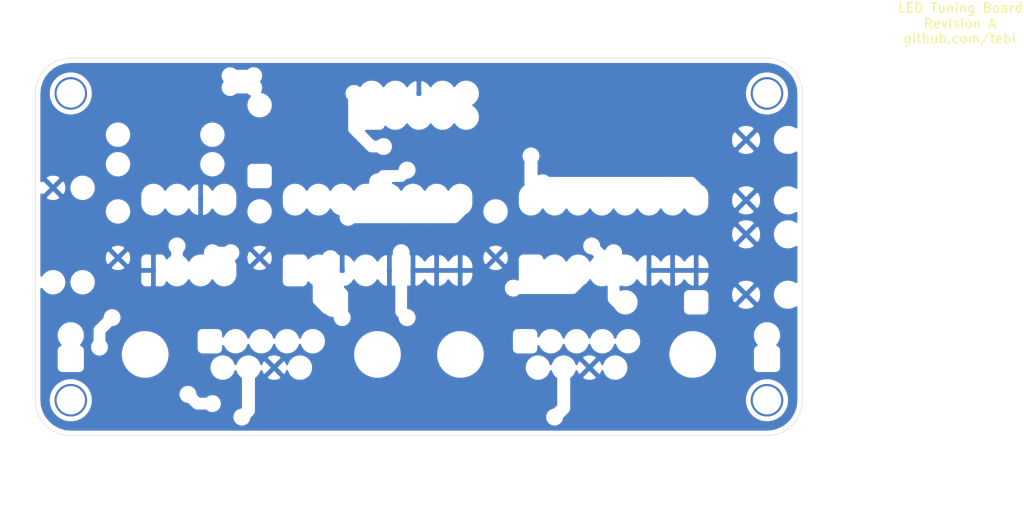
<source format=kicad_pcb>
(kicad_pcb (version 20171130) (host pcbnew "(5.1.8)-1")

  (general
    (thickness 1.6)
    (drawings 10)
    (tracks 0)
    (zones 0)
    (modules 4)
    (nets 2)
  )

  (page A4)
  (layers
    (0 F.Cu signal)
    (31 B.Cu signal)
    (32 B.Adhes user)
    (33 F.Adhes user)
    (34 B.Paste user)
    (35 F.Paste user)
    (36 B.SilkS user)
    (37 F.SilkS user)
    (38 B.Mask user)
    (39 F.Mask user)
    (40 Dwgs.User user)
    (41 Cmts.User user)
    (42 Eco1.User user)
    (43 Eco2.User user)
    (44 Edge.Cuts user)
    (45 Margin user)
    (46 B.CrtYd user)
    (47 F.CrtYd user)
    (48 B.Fab user)
    (49 F.Fab user hide)
  )

  (setup
    (last_trace_width 0.25)
    (trace_clearance 0.2)
    (zone_clearance 0.508)
    (zone_45_only no)
    (trace_min 0.2)
    (via_size 0.8)
    (via_drill 0.4)
    (via_min_size 0.4)
    (via_min_drill 0.3)
    (uvia_size 0.3)
    (uvia_drill 0.1)
    (uvias_allowed no)
    (uvia_min_size 0.2)
    (uvia_min_drill 0.1)
    (edge_width 0.05)
    (segment_width 0.2)
    (pcb_text_width 0.3)
    (pcb_text_size 1.5 1.5)
    (mod_edge_width 0.12)
    (mod_text_size 1 1)
    (mod_text_width 0.15)
    (pad_size 1.524 1.524)
    (pad_drill 0.762)
    (pad_to_mask_clearance 0)
    (aux_axis_origin 0 0)
    (visible_elements 7FFFFF7F)
    (pcbplotparams
      (layerselection 0x010fc_ffffffff)
      (usegerberextensions true)
      (usegerberattributes true)
      (usegerberadvancedattributes true)
      (creategerberjobfile true)
      (excludeedgelayer true)
      (linewidth 0.100000)
      (plotframeref false)
      (viasonmask false)
      (mode 1)
      (useauxorigin false)
      (hpglpennumber 1)
      (hpglpenspeed 20)
      (hpglpendiameter 15.000000)
      (psnegative false)
      (psa4output false)
      (plotreference true)
      (plotvalue true)
      (plotinvisibletext false)
      (padsonsilk false)
      (subtractmaskfromsilk false)
      (outputformat 1)
      (mirror false)
      (drillshape 0)
      (scaleselection 1)
      (outputdirectory "export/"))
  )

  (net 0 "")
  (net 1 GND)

  (net_class Default "This is the default net class."
    (clearance 0.2)
    (trace_width 0.25)
    (via_dia 0.8)
    (via_drill 0.4)
    (uvia_dia 0.3)
    (uvia_drill 0.1)
  )

  (net_class PWR ""
    (clearance 0.2)
    (trace_width 0.381)
    (via_dia 0.8)
    (via_drill 0.4)
    (uvia_dia 0.3)
    (uvia_drill 0.1)
    (add_net GND)
  )

  (module mounting:M3_pin (layer F.Cu) (tedit 5F76331A) (tstamp 5FFB8DBA)
    (at 102.235 108.585)
    (descr "module 1 pin (ou trou mecanique de percage)")
    (tags DEV)
    (path /6002CE00)
    (fp_text reference M1 (at 0 -3.048) (layer F.Fab) hide
      (effects (font (size 1 1) (thickness 0.15)))
    )
    (fp_text value Mounting (at 0 3) (layer F.Fab) hide
      (effects (font (size 1 1) (thickness 0.15)))
    )
    (fp_circle (center 0 0) (end 2 0.8) (layer F.Fab) (width 0.1))
    (fp_circle (center 0 0) (end 2.6 0) (layer F.CrtYd) (width 0.05))
    (pad 1 thru_hole circle (at 0 0) (size 3.5 3.5) (drill 3.048) (layers *.Cu *.Mask)
      (solder_mask_margin 0.8))
  )

  (module mounting:M3_pin (layer F.Cu) (tedit 5F76331A) (tstamp 5FFB8DC1)
    (at 177.165 75.565)
    (descr "module 1 pin (ou trou mecanique de percage)")
    (tags DEV)
    (path /6002E2AC)
    (fp_text reference M2 (at 0 -3.048) (layer F.Fab) hide
      (effects (font (size 1 1) (thickness 0.15)))
    )
    (fp_text value Mounting (at 0 3) (layer F.Fab) hide
      (effects (font (size 1 1) (thickness 0.15)))
    )
    (fp_circle (center 0 0) (end 2.6 0) (layer F.CrtYd) (width 0.05))
    (fp_circle (center 0 0) (end 2 0.8) (layer F.Fab) (width 0.1))
    (pad 1 thru_hole circle (at 0 0) (size 3.5 3.5) (drill 3.048) (layers *.Cu *.Mask)
      (solder_mask_margin 0.8))
  )

  (module mounting:M3_pin (layer F.Cu) (tedit 5F76331A) (tstamp 5FFB8DC8)
    (at 102.235 75.565)
    (descr "module 1 pin (ou trou mecanique de percage)")
    (tags DEV)
    (path /6002E709)
    (fp_text reference M3 (at 0 -3.048) (layer F.Fab) hide
      (effects (font (size 1 1) (thickness 0.15)))
    )
    (fp_text value Mounting (at 0 3) (layer F.Fab) hide
      (effects (font (size 1 1) (thickness 0.15)))
    )
    (fp_circle (center 0 0) (end 2 0.8) (layer F.Fab) (width 0.1))
    (fp_circle (center 0 0) (end 2.6 0) (layer F.CrtYd) (width 0.05))
    (pad 1 thru_hole circle (at 0 0) (size 3.5 3.5) (drill 3.048) (layers *.Cu *.Mask)
      (solder_mask_margin 0.8))
  )

  (module mounting:M3_pin (layer F.Cu) (tedit 5F76331A) (tstamp 5FFB8DCF)
    (at 177.165 108.585)
    (descr "module 1 pin (ou trou mecanique de percage)")
    (tags DEV)
    (path /6002EC01)
    (fp_text reference M4 (at 0 -3.048) (layer F.Fab) hide
      (effects (font (size 1 1) (thickness 0.15)))
    )
    (fp_text value Mounting (at 0 3) (layer F.Fab) hide
      (effects (font (size 1 1) (thickness 0.15)))
    )
    (fp_circle (center 0 0) (end 2.6 0) (layer F.CrtYd) (width 0.05))
    (fp_circle (center 0 0) (end 2 0.8) (layer F.Fab) (width 0.1))
    (pad 1 thru_hole circle (at 0 0) (size 3.5 3.5) (drill 3.048) (layers *.Cu *.Mask)
      (solder_mask_margin 0.8))
  )

  (gr_text "Revision A\ngithub.com/tebl" (at 197.9295 68.834) (layer F.SilkS) (tstamp 5FFB5FE4)
    (effects (font (size 1 1) (thickness 0.15)))
  )
  (gr_text "LED Tuning Board" (at 197.993 66.3575) (layer F.SilkS)
    (effects (font (size 1 1) (thickness 0.15)))
  )
  (gr_arc (start 177.165 108.585) (end 177.165 112.395) (angle -90) (layer Edge.Cuts) (width 0.05) (tstamp 5FFBA2F1))
  (gr_arc (start 177.165 75.565) (end 180.975 75.565) (angle -90) (layer Edge.Cuts) (width 0.05) (tstamp 5FFBA2F1))
  (gr_arc (start 102.235 75.565) (end 102.235 71.755) (angle -90) (layer Edge.Cuts) (width 0.05) (tstamp 5FFBA2F1))
  (gr_arc (start 102.235 108.585) (end 98.425 108.585) (angle -90) (layer Edge.Cuts) (width 0.05))
  (gr_line (start 177.165 112.395) (end 102.235 112.395) (layer Edge.Cuts) (width 0.05) (tstamp 5FFBA299))
  (gr_line (start 180.975 75.565) (end 180.975 108.585) (layer Edge.Cuts) (width 0.05))
  (gr_line (start 102.235 71.755) (end 177.165 71.755) (layer Edge.Cuts) (width 0.05))
  (gr_line (start 98.425 108.585) (end 98.425 75.565) (layer Edge.Cuts) (width 0.05))

  (zone (net 1) (net_name GND) (layer B.Cu) (tstamp 0) (hatch edge 0.508)
    (connect_pads (clearance 0.508))
    (min_thickness 0.254)
    (fill yes (arc_segments 32) (thermal_gap 0.508) (thermal_bridge_width 0.508))
    (polygon
      (pts
        (xy 186.69 122.555) (xy 94.615 122.555) (xy 94.615 68.58) (xy 186.69 68.58)
      )
    )
    (filled_polygon
      (pts
        (xy 177.776222 72.478096) (xy 178.364164 72.655606) (xy 178.906436 72.943937) (xy 179.382364 73.332094) (xy 179.773845 73.805314)
        (xy 180.065951 74.345552) (xy 180.247563 74.932244) (xy 180.315 75.573879) (xy 180.315 79.204963) (xy 180.189463 79.121082)
        (xy 179.891912 78.997832) (xy 179.576033 78.935) (xy 179.253967 78.935) (xy 178.938088 78.997832) (xy 178.640537 79.121082)
        (xy 178.372748 79.300013) (xy 178.145013 79.527748) (xy 177.966082 79.795537) (xy 177.842832 80.093088) (xy 177.78 80.408967)
        (xy 177.78 80.731033) (xy 177.842832 81.046912) (xy 177.966082 81.344463) (xy 178.145013 81.612252) (xy 178.372748 81.839987)
        (xy 178.640537 82.018918) (xy 178.938088 82.142168) (xy 179.253967 82.205) (xy 179.576033 82.205) (xy 179.891912 82.142168)
        (xy 180.189463 82.018918) (xy 180.315 81.935037) (xy 180.315 85.704963) (xy 180.189463 85.621082) (xy 179.891912 85.497832)
        (xy 179.576033 85.435) (xy 179.253967 85.435) (xy 178.938088 85.497832) (xy 178.640537 85.621082) (xy 178.372748 85.800013)
        (xy 178.145013 86.027748) (xy 177.966082 86.295537) (xy 177.842832 86.593088) (xy 177.78 86.908967) (xy 177.78 87.231033)
        (xy 177.842832 87.546912) (xy 177.966082 87.844463) (xy 178.145013 88.112252) (xy 178.372748 88.339987) (xy 178.640537 88.518918)
        (xy 178.938088 88.642168) (xy 179.253967 88.705) (xy 179.576033 88.705) (xy 179.891912 88.642168) (xy 180.189463 88.518918)
        (xy 180.315 88.435037) (xy 180.315 89.364963) (xy 180.189463 89.281082) (xy 179.891912 89.157832) (xy 179.576033 89.095)
        (xy 179.253967 89.095) (xy 178.938088 89.157832) (xy 178.640537 89.281082) (xy 178.372748 89.460013) (xy 178.145013 89.687748)
        (xy 177.966082 89.955537) (xy 177.842832 90.253088) (xy 177.78 90.568967) (xy 177.78 90.891033) (xy 177.842832 91.206912)
        (xy 177.966082 91.504463) (xy 178.145013 91.772252) (xy 178.372748 91.999987) (xy 178.640537 92.178918) (xy 178.938088 92.302168)
        (xy 179.253967 92.365) (xy 179.576033 92.365) (xy 179.891912 92.302168) (xy 180.189463 92.178918) (xy 180.315001 92.095036)
        (xy 180.315001 95.864964) (xy 180.189463 95.781082) (xy 179.891912 95.657832) (xy 179.576033 95.595) (xy 179.253967 95.595)
        (xy 178.938088 95.657832) (xy 178.640537 95.781082) (xy 178.372748 95.960013) (xy 178.145013 96.187748) (xy 177.966082 96.455537)
        (xy 177.842832 96.753088) (xy 177.78 97.068967) (xy 177.78 97.391033) (xy 177.842832 97.706912) (xy 177.966082 98.004463)
        (xy 178.145013 98.272252) (xy 178.372748 98.499987) (xy 178.640537 98.678918) (xy 178.938088 98.802168) (xy 179.253967 98.865)
        (xy 179.576033 98.865) (xy 179.891912 98.802168) (xy 180.189463 98.678918) (xy 180.315001 98.595036) (xy 180.315001 108.552711)
        (xy 180.251904 109.196221) (xy 180.074394 109.784164) (xy 179.786063 110.326436) (xy 179.397906 110.802364) (xy 178.924686 111.193845)
        (xy 178.384449 111.48595) (xy 177.797756 111.667563) (xy 177.15613 111.735) (xy 102.267279 111.735) (xy 101.623779 111.671904)
        (xy 101.035836 111.494394) (xy 100.493564 111.206063) (xy 100.017636 110.817906) (xy 99.626155 110.344686) (xy 99.33405 109.804449)
        (xy 99.152437 109.217756) (xy 99.085 108.57613) (xy 99.085 108.350098) (xy 99.85 108.350098) (xy 99.85 108.819902)
        (xy 99.941654 109.280679) (xy 100.12144 109.714721) (xy 100.38245 110.105349) (xy 100.714651 110.43755) (xy 101.105279 110.69856)
        (xy 101.539321 110.878346) (xy 102.000098 110.97) (xy 102.469902 110.97) (xy 102.930679 110.878346) (xy 103.364721 110.69856)
        (xy 103.755349 110.43755) (xy 104.08755 110.105349) (xy 104.34856 109.714721) (xy 104.528346 109.280679) (xy 104.62 108.819902)
        (xy 104.62 108.350098) (xy 104.528346 107.889321) (xy 104.511256 107.848061) (xy 113.81 107.848061) (xy 113.81 108.051939)
        (xy 113.849774 108.251898) (xy 113.927795 108.440256) (xy 114.041063 108.609774) (xy 114.185226 108.753937) (xy 114.354744 108.867205)
        (xy 114.543102 108.945226) (xy 114.743061 108.985) (xy 114.805199 108.985) (xy 115.28119 109.460992) (xy 115.304988 109.48999)
        (xy 115.333986 109.513788) (xy 115.420712 109.584963) (xy 115.529274 109.642991) (xy 115.552742 109.655535) (xy 115.696003 109.698992)
        (xy 115.807656 109.709989) (xy 115.807666 109.709989) (xy 115.844988 109.713665) (xy 115.882311 109.709989) (xy 116.771289 109.709989)
        (xy 116.815226 109.753926) (xy 116.984744 109.867194) (xy 117.173102 109.945215) (xy 117.373061 109.984989) (xy 117.576939 109.984989)
        (xy 117.776898 109.945215) (xy 117.965256 109.867194) (xy 118.134774 109.753926) (xy 118.278937 109.609763) (xy 118.392205 109.440245)
        (xy 118.470226 109.251887) (xy 118.51 109.051928) (xy 118.51 108.84805) (xy 118.470226 108.648091) (xy 118.392205 108.459733)
        (xy 118.278937 108.290215) (xy 118.134774 108.146052) (xy 117.965256 108.032784) (xy 117.776898 107.954763) (xy 117.576939 107.914989)
        (xy 117.373061 107.914989) (xy 117.173102 107.954763) (xy 116.984744 108.032784) (xy 116.815226 108.146052) (xy 116.771289 108.189989)
        (xy 116.159791 108.189989) (xy 115.88 107.910199) (xy 115.88 107.848061) (xy 115.840226 107.648102) (xy 115.762205 107.459744)
        (xy 115.648937 107.290226) (xy 115.504774 107.146063) (xy 115.335256 107.032795) (xy 115.146898 106.954774) (xy 114.946939 106.915)
        (xy 114.743061 106.915) (xy 114.543102 106.954774) (xy 114.354744 107.032795) (xy 114.185226 107.146063) (xy 114.041063 107.290226)
        (xy 113.927795 107.459744) (xy 113.849774 107.648102) (xy 113.81 107.848061) (xy 104.511256 107.848061) (xy 104.34856 107.455279)
        (xy 104.08755 107.064651) (xy 103.755349 106.73245) (xy 103.364721 106.47144) (xy 102.930679 106.291654) (xy 102.469902 106.2)
        (xy 102.000098 106.2) (xy 101.539321 106.291654) (xy 101.105279 106.47144) (xy 100.714651 106.73245) (xy 100.38245 107.064651)
        (xy 100.12144 107.455279) (xy 99.941654 107.889321) (xy 99.85 108.350098) (xy 99.085 108.350098) (xy 99.085 103.24)
        (xy 100.696928 103.24) (xy 100.696928 105.04) (xy 100.709188 105.164482) (xy 100.745498 105.28418) (xy 100.804463 105.394494)
        (xy 100.883815 105.491185) (xy 100.980506 105.570537) (xy 101.09082 105.629502) (xy 101.210518 105.665812) (xy 101.335 105.678072)
        (xy 103.135 105.678072) (xy 103.259482 105.665812) (xy 103.37918 105.629502) (xy 103.489494 105.570537) (xy 103.586185 105.491185)
        (xy 103.665537 105.394494) (xy 103.724502 105.28418) (xy 103.760812 105.164482) (xy 103.773072 105.04) (xy 103.773072 103.24)
        (xy 103.760812 103.115518) (xy 103.724502 102.99582) (xy 103.665537 102.885506) (xy 103.586185 102.788815) (xy 103.560897 102.768061)
        (xy 104.285 102.768061) (xy 104.285 102.971939) (xy 104.324774 103.171898) (xy 104.402795 103.360256) (xy 104.516063 103.529774)
        (xy 104.660226 103.673937) (xy 104.829744 103.787205) (xy 105.018102 103.865226) (xy 105.218061 103.905) (xy 105.421939 103.905)
        (xy 105.621898 103.865226) (xy 105.810256 103.787205) (xy 105.979774 103.673937) (xy 106.123937 103.529774) (xy 106.213672 103.395475)
        (xy 107.605 103.395475) (xy 107.605 103.914525) (xy 107.706261 104.423601) (xy 107.904893 104.903141) (xy 108.193262 105.334715)
        (xy 108.560285 105.701738) (xy 108.991859 105.990107) (xy 109.471399 106.188739) (xy 109.980475 106.29) (xy 110.499525 106.29)
        (xy 111.008601 106.188739) (xy 111.488141 105.990107) (xy 111.919715 105.701738) (xy 112.286738 105.334715) (xy 112.554711 104.933665)
        (xy 117.15 104.933665) (xy 117.15 105.216335) (xy 117.205147 105.493574) (xy 117.31332 105.754727) (xy 117.470363 105.989759)
        (xy 117.670241 106.189637) (xy 117.905273 106.34668) (xy 118.166426 106.454853) (xy 118.443665 106.51) (xy 118.726335 106.51)
        (xy 119.003574 106.454853) (xy 119.264727 106.34668) (xy 119.499759 106.189637) (xy 119.699637 105.989759) (xy 119.85668 105.754727)
        (xy 119.964853 105.493574) (xy 119.97 105.467699) (xy 119.975147 105.493574) (xy 120.08332 105.754727) (xy 120.240363 105.989759)
        (xy 120.440241 106.189637) (xy 120.5295 106.249278) (xy 120.529501 109.353056) (xy 120.509995 109.372562) (xy 120.348102 109.404764)
        (xy 120.159744 109.482785) (xy 119.990226 109.596053) (xy 119.846063 109.740216) (xy 119.732795 109.909734) (xy 119.654774 110.098092)
        (xy 119.615 110.298051) (xy 119.615 110.501929) (xy 119.654774 110.701888) (xy 119.732795 110.890246) (xy 119.846063 111.059764)
        (xy 119.990226 111.203927) (xy 120.159744 111.317195) (xy 120.348102 111.395216) (xy 120.548061 111.43499) (xy 120.751939 111.43499)
        (xy 120.951898 111.395216) (xy 121.140256 111.317195) (xy 121.309774 111.203927) (xy 121.453937 111.059764) (xy 121.567205 110.890246)
        (xy 121.645226 110.701888) (xy 121.677428 110.539995) (xy 121.910044 110.30738) (xy 121.941541 110.281531) (xy 121.967389 110.250035)
        (xy 121.967392 110.250032) (xy 122.044699 110.155833) (xy 122.121353 110.012424) (xy 122.133472 109.972473) (xy 122.168556 109.856816)
        (xy 122.1805 109.735543) (xy 122.1805 109.735541) (xy 122.184494 109.69499) (xy 122.1805 109.65444) (xy 122.1805 106.249278)
        (xy 122.269759 106.189637) (xy 122.391694 106.067702) (xy 123.311903 106.067702) (xy 123.383486 106.311671) (xy 123.638996 106.432571)
        (xy 123.913184 106.5013) (xy 124.195512 106.515217) (xy 124.47513 106.473787) (xy 124.741292 106.378603) (xy 124.866514 106.311671)
        (xy 124.938097 106.067702) (xy 124.125 105.254605) (xy 123.311903 106.067702) (xy 122.391694 106.067702) (xy 122.469637 105.989759)
        (xy 122.62668 105.754727) (xy 122.734853 105.493574) (xy 122.740513 105.465118) (xy 122.821397 105.691292) (xy 122.888329 105.816514)
        (xy 123.132298 105.888097) (xy 123.945395 105.075) (xy 124.304605 105.075) (xy 125.117702 105.888097) (xy 125.361671 105.816514)
        (xy 125.482571 105.561004) (xy 125.508212 105.458711) (xy 125.515147 105.493574) (xy 125.62332 105.754727) (xy 125.780363 105.989759)
        (xy 125.980241 106.189637) (xy 126.215273 106.34668) (xy 126.476426 106.454853) (xy 126.753665 106.51) (xy 127.036335 106.51)
        (xy 127.313574 106.454853) (xy 127.574727 106.34668) (xy 127.809759 106.189637) (xy 128.009637 105.989759) (xy 128.16668 105.754727)
        (xy 128.274853 105.493574) (xy 128.33 105.216335) (xy 128.33 104.933665) (xy 128.274853 104.656426) (xy 128.16668 104.395273)
        (xy 128.009637 104.160241) (xy 127.809759 103.960363) (xy 127.574727 103.80332) (xy 127.313574 103.695147) (xy 127.036335 103.64)
        (xy 126.753665 103.64) (xy 126.476426 103.695147) (xy 126.215273 103.80332) (xy 125.980241 103.960363) (xy 125.780363 104.160241)
        (xy 125.62332 104.395273) (xy 125.515147 104.656426) (xy 125.509487 104.684882) (xy 125.428603 104.458708) (xy 125.361671 104.333486)
        (xy 125.117702 104.261903) (xy 124.304605 105.075) (xy 123.945395 105.075) (xy 123.132298 104.261903) (xy 122.888329 104.333486)
        (xy 122.767429 104.588996) (xy 122.741788 104.691289) (xy 122.734853 104.656426) (xy 122.62668 104.395273) (xy 122.469637 104.160241)
        (xy 122.391694 104.082298) (xy 123.311903 104.082298) (xy 124.125 104.895395) (xy 124.938097 104.082298) (xy 124.866514 103.838329)
        (xy 124.611004 103.717429) (xy 124.336816 103.6487) (xy 124.054488 103.634783) (xy 123.77487 103.676213) (xy 123.508708 103.771397)
        (xy 123.383486 103.838329) (xy 123.311903 104.082298) (xy 122.391694 104.082298) (xy 122.269759 103.960363) (xy 122.034727 103.80332)
        (xy 121.773574 103.695147) (xy 121.496335 103.64) (xy 121.213665 103.64) (xy 120.936426 103.695147) (xy 120.675273 103.80332)
        (xy 120.440241 103.960363) (xy 120.240363 104.160241) (xy 120.08332 104.395273) (xy 119.975147 104.656426) (xy 119.97 104.682301)
        (xy 119.964853 104.656426) (xy 119.85668 104.395273) (xy 119.699637 104.160241) (xy 119.499759 103.960363) (xy 119.264727 103.80332)
        (xy 119.003574 103.695147) (xy 118.726335 103.64) (xy 118.443665 103.64) (xy 118.166426 103.695147) (xy 117.905273 103.80332)
        (xy 117.670241 103.960363) (xy 117.470363 104.160241) (xy 117.31332 104.395273) (xy 117.205147 104.656426) (xy 117.15 104.933665)
        (xy 112.554711 104.933665) (xy 112.575107 104.903141) (xy 112.773739 104.423601) (xy 112.875 103.914525) (xy 112.875 103.395475)
        (xy 112.773739 102.886399) (xy 112.575107 102.406859) (xy 112.286738 101.975285) (xy 111.919715 101.608262) (xy 111.660411 101.435)
        (xy 115.761928 101.435) (xy 115.761928 103.035) (xy 115.774188 103.159482) (xy 115.810498 103.27918) (xy 115.869463 103.389494)
        (xy 115.948815 103.486185) (xy 116.045506 103.565537) (xy 116.15582 103.624502) (xy 116.275518 103.660812) (xy 116.4 103.673072)
        (xy 118 103.673072) (xy 118.124482 103.660812) (xy 118.24418 103.624502) (xy 118.354494 103.565537) (xy 118.451185 103.486185)
        (xy 118.530537 103.389494) (xy 118.589502 103.27918) (xy 118.625812 103.159482) (xy 118.638072 103.035) (xy 118.638072 102.769275)
        (xy 118.69832 102.914727) (xy 118.855363 103.149759) (xy 119.055241 103.349637) (xy 119.290273 103.50668) (xy 119.551426 103.614853)
        (xy 119.828665 103.67) (xy 120.111335 103.67) (xy 120.388574 103.614853) (xy 120.649727 103.50668) (xy 120.884759 103.349637)
        (xy 121.084637 103.149759) (xy 121.24168 102.914727) (xy 121.349853 102.653574) (xy 121.355 102.627699) (xy 121.360147 102.653574)
        (xy 121.46832 102.914727) (xy 121.625363 103.149759) (xy 121.825241 103.349637) (xy 122.060273 103.50668) (xy 122.321426 103.614853)
        (xy 122.598665 103.67) (xy 122.881335 103.67) (xy 123.158574 103.614853) (xy 123.419727 103.50668) (xy 123.654759 103.349637)
        (xy 123.854637 103.149759) (xy 124.01168 102.914727) (xy 124.119853 102.653574) (xy 124.125 102.627699) (xy 124.130147 102.653574)
        (xy 124.23832 102.914727) (xy 124.395363 103.149759) (xy 124.595241 103.349637) (xy 124.830273 103.50668) (xy 125.091426 103.614853)
        (xy 125.368665 103.67) (xy 125.651335 103.67) (xy 125.928574 103.614853) (xy 126.189727 103.50668) (xy 126.424759 103.349637)
        (xy 126.624637 103.149759) (xy 126.78168 102.914727) (xy 126.889853 102.653574) (xy 126.895 102.627699) (xy 126.900147 102.653574)
        (xy 127.00832 102.914727) (xy 127.165363 103.149759) (xy 127.365241 103.349637) (xy 127.600273 103.50668) (xy 127.861426 103.614853)
        (xy 128.138665 103.67) (xy 128.421335 103.67) (xy 128.698574 103.614853) (xy 128.959727 103.50668) (xy 129.126157 103.395475)
        (xy 132.605 103.395475) (xy 132.605 103.914525) (xy 132.706261 104.423601) (xy 132.904893 104.903141) (xy 133.193262 105.334715)
        (xy 133.560285 105.701738) (xy 133.991859 105.990107) (xy 134.471399 106.188739) (xy 134.980475 106.29) (xy 135.499525 106.29)
        (xy 136.008601 106.188739) (xy 136.488141 105.990107) (xy 136.919715 105.701738) (xy 137.286738 105.334715) (xy 137.575107 104.903141)
        (xy 137.773739 104.423601) (xy 137.875 103.914525) (xy 137.875 103.395475) (xy 141.535 103.395475) (xy 141.535 103.914525)
        (xy 141.636261 104.423601) (xy 141.834893 104.903141) (xy 142.123262 105.334715) (xy 142.490285 105.701738) (xy 142.921859 105.990107)
        (xy 143.401399 106.188739) (xy 143.910475 106.29) (xy 144.429525 106.29) (xy 144.938601 106.188739) (xy 145.418141 105.990107)
        (xy 145.849715 105.701738) (xy 146.216738 105.334715) (xy 146.484711 104.933665) (xy 151.08 104.933665) (xy 151.08 105.216335)
        (xy 151.135147 105.493574) (xy 151.24332 105.754727) (xy 151.400363 105.989759) (xy 151.600241 106.189637) (xy 151.835273 106.34668)
        (xy 152.096426 106.454853) (xy 152.373665 106.51) (xy 152.656335 106.51) (xy 152.933574 106.454853) (xy 153.194727 106.34668)
        (xy 153.429759 106.189637) (xy 153.629637 105.989759) (xy 153.78668 105.754727) (xy 153.894853 105.493574) (xy 153.9 105.467699)
        (xy 153.905147 105.493574) (xy 154.01332 105.754727) (xy 154.170363 105.989759) (xy 154.370241 106.189637) (xy 154.4595 106.249278)
        (xy 154.459501 109.078056) (xy 154.164996 109.372562) (xy 154.003102 109.404764) (xy 153.814744 109.482785) (xy 153.645226 109.596053)
        (xy 153.501063 109.740216) (xy 153.387795 109.909734) (xy 153.309774 110.098092) (xy 153.27 110.298051) (xy 153.27 110.501929)
        (xy 153.309774 110.701888) (xy 153.387795 110.890246) (xy 153.501063 111.059764) (xy 153.645226 111.203927) (xy 153.814744 111.317195)
        (xy 154.003102 111.395216) (xy 154.203061 111.43499) (xy 154.406939 111.43499) (xy 154.606898 111.395216) (xy 154.795256 111.317195)
        (xy 154.964774 111.203927) (xy 155.108937 111.059764) (xy 155.222205 110.890246) (xy 155.300226 110.701888) (xy 155.332428 110.539994)
        (xy 155.840039 110.032384) (xy 155.871541 110.006531) (xy 155.931187 109.933852) (xy 155.974699 109.880833) (xy 156.001399 109.830879)
        (xy 156.051353 109.737424) (xy 156.098556 109.581816) (xy 156.1105 109.460543) (xy 156.1105 109.460541) (xy 156.114494 109.419991)
        (xy 156.1105 109.37944) (xy 156.1105 108.350098) (xy 174.78 108.350098) (xy 174.78 108.819902) (xy 174.871654 109.280679)
        (xy 175.05144 109.714721) (xy 175.31245 110.105349) (xy 175.644651 110.43755) (xy 176.035279 110.69856) (xy 176.469321 110.878346)
        (xy 176.930098 110.97) (xy 177.399902 110.97) (xy 177.860679 110.878346) (xy 178.294721 110.69856) (xy 178.685349 110.43755)
        (xy 179.01755 110.105349) (xy 179.27856 109.714721) (xy 179.458346 109.280679) (xy 179.55 108.819902) (xy 179.55 108.350098)
        (xy 179.458346 107.889321) (xy 179.27856 107.455279) (xy 179.01755 107.064651) (xy 178.685349 106.73245) (xy 178.294721 106.47144)
        (xy 177.860679 106.291654) (xy 177.399902 106.2) (xy 176.930098 106.2) (xy 176.469321 106.291654) (xy 176.035279 106.47144)
        (xy 175.644651 106.73245) (xy 175.31245 107.064651) (xy 175.05144 107.455279) (xy 174.871654 107.889321) (xy 174.78 108.350098)
        (xy 156.1105 108.350098) (xy 156.1105 106.249278) (xy 156.199759 106.189637) (xy 156.321694 106.067702) (xy 157.241903 106.067702)
        (xy 157.313486 106.311671) (xy 157.568996 106.432571) (xy 157.843184 106.5013) (xy 158.125512 106.515217) (xy 158.40513 106.473787)
        (xy 158.671292 106.378603) (xy 158.796514 106.311671) (xy 158.868097 106.067702) (xy 158.055 105.254605) (xy 157.241903 106.067702)
        (xy 156.321694 106.067702) (xy 156.399637 105.989759) (xy 156.55668 105.754727) (xy 156.664853 105.493574) (xy 156.670513 105.465118)
        (xy 156.751397 105.691292) (xy 156.818329 105.816514) (xy 157.062298 105.888097) (xy 157.875395 105.075) (xy 158.234605 105.075)
        (xy 159.047702 105.888097) (xy 159.291671 105.816514) (xy 159.412571 105.561004) (xy 159.438212 105.458711) (xy 159.445147 105.493574)
        (xy 159.55332 105.754727) (xy 159.710363 105.989759) (xy 159.910241 106.189637) (xy 160.145273 106.34668) (xy 160.406426 106.454853)
        (xy 160.683665 106.51) (xy 160.966335 106.51) (xy 161.243574 106.454853) (xy 161.504727 106.34668) (xy 161.739759 106.189637)
        (xy 161.939637 105.989759) (xy 162.09668 105.754727) (xy 162.204853 105.493574) (xy 162.26 105.216335) (xy 162.26 104.933665)
        (xy 162.204853 104.656426) (xy 162.09668 104.395273) (xy 161.939637 104.160241) (xy 161.739759 103.960363) (xy 161.504727 103.80332)
        (xy 161.243574 103.695147) (xy 160.966335 103.64) (xy 160.683665 103.64) (xy 160.406426 103.695147) (xy 160.145273 103.80332)
        (xy 159.910241 103.960363) (xy 159.710363 104.160241) (xy 159.55332 104.395273) (xy 159.445147 104.656426) (xy 159.439487 104.684882)
        (xy 159.358603 104.458708) (xy 159.291671 104.333486) (xy 159.047702 104.261903) (xy 158.234605 105.075) (xy 157.875395 105.075)
        (xy 157.062298 104.261903) (xy 156.818329 104.333486) (xy 156.697429 104.588996) (xy 156.671788 104.691289) (xy 156.664853 104.656426)
        (xy 156.55668 104.395273) (xy 156.399637 104.160241) (xy 156.321694 104.082298) (xy 157.241903 104.082298) (xy 158.055 104.895395)
        (xy 158.868097 104.082298) (xy 158.796514 103.838329) (xy 158.541004 103.717429) (xy 158.266816 103.6487) (xy 157.984488 103.634783)
        (xy 157.70487 103.676213) (xy 157.438708 103.771397) (xy 157.313486 103.838329) (xy 157.241903 104.082298) (xy 156.321694 104.082298)
        (xy 156.199759 103.960363) (xy 155.964727 103.80332) (xy 155.703574 103.695147) (xy 155.426335 103.64) (xy 155.143665 103.64)
        (xy 154.866426 103.695147) (xy 154.605273 103.80332) (xy 154.370241 103.960363) (xy 154.170363 104.160241) (xy 154.01332 104.395273)
        (xy 153.905147 104.656426) (xy 153.9 104.682301) (xy 153.894853 104.656426) (xy 153.78668 104.395273) (xy 153.629637 104.160241)
        (xy 153.429759 103.960363) (xy 153.194727 103.80332) (xy 152.933574 103.695147) (xy 152.656335 103.64) (xy 152.373665 103.64)
        (xy 152.096426 103.695147) (xy 151.835273 103.80332) (xy 151.600241 103.960363) (xy 151.400363 104.160241) (xy 151.24332 104.395273)
        (xy 151.135147 104.656426) (xy 151.08 104.933665) (xy 146.484711 104.933665) (xy 146.505107 104.903141) (xy 146.703739 104.423601)
        (xy 146.805 103.914525) (xy 146.805 103.395475) (xy 146.703739 102.886399) (xy 146.505107 102.406859) (xy 146.216738 101.975285)
        (xy 145.849715 101.608262) (xy 145.590411 101.435) (xy 149.691928 101.435) (xy 149.691928 103.035) (xy 149.704188 103.159482)
        (xy 149.740498 103.27918) (xy 149.799463 103.389494) (xy 149.878815 103.486185) (xy 149.975506 103.565537) (xy 150.08582 103.624502)
        (xy 150.205518 103.660812) (xy 150.33 103.673072) (xy 151.93 103.673072) (xy 152.054482 103.660812) (xy 152.17418 103.624502)
        (xy 152.284494 103.565537) (xy 152.381185 103.486185) (xy 152.460537 103.389494) (xy 152.519502 103.27918) (xy 152.555812 103.159482)
        (xy 152.568072 103.035) (xy 152.568072 102.769275) (xy 152.62832 102.914727) (xy 152.785363 103.149759) (xy 152.985241 103.349637)
        (xy 153.220273 103.50668) (xy 153.481426 103.614853) (xy 153.758665 103.67) (xy 154.041335 103.67) (xy 154.318574 103.614853)
        (xy 154.579727 103.50668) (xy 154.814759 103.349637) (xy 155.014637 103.149759) (xy 155.17168 102.914727) (xy 155.279853 102.653574)
        (xy 155.285 102.627699) (xy 155.290147 102.653574) (xy 155.39832 102.914727) (xy 155.555363 103.149759) (xy 155.755241 103.349637)
        (xy 155.990273 103.50668) (xy 156.251426 103.614853) (xy 156.528665 103.67) (xy 156.811335 103.67) (xy 157.088574 103.614853)
        (xy 157.349727 103.50668) (xy 157.584759 103.349637) (xy 157.784637 103.149759) (xy 157.94168 102.914727) (xy 158.049853 102.653574)
        (xy 158.055 102.627699) (xy 158.060147 102.653574) (xy 158.16832 102.914727) (xy 158.325363 103.149759) (xy 158.525241 103.349637)
        (xy 158.760273 103.50668) (xy 159.021426 103.614853) (xy 159.298665 103.67) (xy 159.581335 103.67) (xy 159.858574 103.614853)
        (xy 160.119727 103.50668) (xy 160.354759 103.349637) (xy 160.554637 103.149759) (xy 160.71168 102.914727) (xy 160.819853 102.653574)
        (xy 160.825 102.627699) (xy 160.830147 102.653574) (xy 160.93832 102.914727) (xy 161.095363 103.149759) (xy 161.295241 103.349637)
        (xy 161.530273 103.50668) (xy 161.791426 103.614853) (xy 162.068665 103.67) (xy 162.351335 103.67) (xy 162.628574 103.614853)
        (xy 162.889727 103.50668) (xy 163.056157 103.395475) (xy 166.535 103.395475) (xy 166.535 103.914525) (xy 166.636261 104.423601)
        (xy 166.834893 104.903141) (xy 167.123262 105.334715) (xy 167.490285 105.701738) (xy 167.921859 105.990107) (xy 168.401399 106.188739)
        (xy 168.910475 106.29) (xy 169.429525 106.29) (xy 169.938601 106.188739) (xy 170.418141 105.990107) (xy 170.849715 105.701738)
        (xy 171.216738 105.334715) (xy 171.505107 104.903141) (xy 171.703739 104.423601) (xy 171.805 103.914525) (xy 171.805 103.395475)
        (xy 171.774075 103.24) (xy 175.626928 103.24) (xy 175.626928 105.04) (xy 175.639188 105.164482) (xy 175.675498 105.28418)
        (xy 175.734463 105.394494) (xy 175.813815 105.491185) (xy 175.910506 105.570537) (xy 176.02082 105.629502) (xy 176.140518 105.665812)
        (xy 176.265 105.678072) (xy 178.065 105.678072) (xy 178.189482 105.665812) (xy 178.30918 105.629502) (xy 178.419494 105.570537)
        (xy 178.516185 105.491185) (xy 178.595537 105.394494) (xy 178.654502 105.28418) (xy 178.690812 105.164482) (xy 178.703072 105.04)
        (xy 178.703072 103.24) (xy 178.690812 103.115518) (xy 178.654502 102.99582) (xy 178.595537 102.885506) (xy 178.516185 102.788815)
        (xy 178.419494 102.709463) (xy 178.30918 102.650498) (xy 178.290873 102.644944) (xy 178.357312 102.578505) (xy 178.525299 102.327095)
        (xy 178.641011 102.047743) (xy 178.7 101.751184) (xy 178.7 101.448816) (xy 178.641011 101.152257) (xy 178.525299 100.872905)
        (xy 178.357312 100.621495) (xy 178.143505 100.407688) (xy 177.892095 100.239701) (xy 177.612743 100.123989) (xy 177.316184 100.065)
        (xy 177.013816 100.065) (xy 176.717257 100.123989) (xy 176.437905 100.239701) (xy 176.186495 100.407688) (xy 175.972688 100.621495)
        (xy 175.804701 100.872905) (xy 175.688989 101.152257) (xy 175.63 101.448816) (xy 175.63 101.751184) (xy 175.688989 102.047743)
        (xy 175.804701 102.327095) (xy 175.972688 102.578505) (xy 176.039127 102.644944) (xy 176.02082 102.650498) (xy 175.910506 102.709463)
        (xy 175.813815 102.788815) (xy 175.734463 102.885506) (xy 175.675498 102.99582) (xy 175.639188 103.115518) (xy 175.626928 103.24)
        (xy 171.774075 103.24) (xy 171.703739 102.886399) (xy 171.505107 102.406859) (xy 171.216738 101.975285) (xy 170.849715 101.608262)
        (xy 170.418141 101.319893) (xy 169.938601 101.121261) (xy 169.429525 101.02) (xy 168.910475 101.02) (xy 168.401399 101.121261)
        (xy 167.921859 101.319893) (xy 167.490285 101.608262) (xy 167.123262 101.975285) (xy 166.834893 102.406859) (xy 166.636261 102.886399)
        (xy 166.535 103.395475) (xy 163.056157 103.395475) (xy 163.124759 103.349637) (xy 163.324637 103.149759) (xy 163.48168 102.914727)
        (xy 163.589853 102.653574) (xy 163.645 102.376335) (xy 163.645 102.093665) (xy 163.589853 101.816426) (xy 163.48168 101.555273)
        (xy 163.324637 101.320241) (xy 163.124759 101.120363) (xy 162.889727 100.96332) (xy 162.628574 100.855147) (xy 162.351335 100.8)
        (xy 162.068665 100.8) (xy 161.791426 100.855147) (xy 161.530273 100.96332) (xy 161.295241 101.120363) (xy 161.095363 101.320241)
        (xy 160.93832 101.555273) (xy 160.830147 101.816426) (xy 160.825 101.842301) (xy 160.819853 101.816426) (xy 160.71168 101.555273)
        (xy 160.554637 101.320241) (xy 160.354759 101.120363) (xy 160.119727 100.96332) (xy 159.858574 100.855147) (xy 159.581335 100.8)
        (xy 159.298665 100.8) (xy 159.021426 100.855147) (xy 158.760273 100.96332) (xy 158.525241 101.120363) (xy 158.325363 101.320241)
        (xy 158.16832 101.555273) (xy 158.060147 101.816426) (xy 158.055 101.842301) (xy 158.049853 101.816426) (xy 157.94168 101.555273)
        (xy 157.784637 101.320241) (xy 157.584759 101.120363) (xy 157.349727 100.96332) (xy 157.088574 100.855147) (xy 156.811335 100.8)
        (xy 156.528665 100.8) (xy 156.251426 100.855147) (xy 155.990273 100.96332) (xy 155.755241 101.120363) (xy 155.555363 101.320241)
        (xy 155.39832 101.555273) (xy 155.290147 101.816426) (xy 155.285 101.842301) (xy 155.279853 101.816426) (xy 155.17168 101.555273)
        (xy 155.014637 101.320241) (xy 154.814759 101.120363) (xy 154.579727 100.96332) (xy 154.318574 100.855147) (xy 154.041335 100.8)
        (xy 153.758665 100.8) (xy 153.481426 100.855147) (xy 153.220273 100.96332) (xy 152.985241 101.120363) (xy 152.785363 101.320241)
        (xy 152.62832 101.555273) (xy 152.568072 101.700725) (xy 152.568072 101.435) (xy 152.555812 101.310518) (xy 152.519502 101.19082)
        (xy 152.460537 101.080506) (xy 152.381185 100.983815) (xy 152.284494 100.904463) (xy 152.17418 100.845498) (xy 152.054482 100.809188)
        (xy 151.93 100.796928) (xy 150.33 100.796928) (xy 150.205518 100.809188) (xy 150.08582 100.845498) (xy 149.975506 100.904463)
        (xy 149.878815 100.983815) (xy 149.799463 101.080506) (xy 149.740498 101.19082) (xy 149.704188 101.310518) (xy 149.691928 101.435)
        (xy 145.590411 101.435) (xy 145.418141 101.319893) (xy 144.938601 101.121261) (xy 144.429525 101.02) (xy 143.910475 101.02)
        (xy 143.401399 101.121261) (xy 142.921859 101.319893) (xy 142.490285 101.608262) (xy 142.123262 101.975285) (xy 141.834893 102.406859)
        (xy 141.636261 102.886399) (xy 141.535 103.395475) (xy 137.875 103.395475) (xy 137.773739 102.886399) (xy 137.575107 102.406859)
        (xy 137.286738 101.975285) (xy 136.919715 101.608262) (xy 136.488141 101.319893) (xy 136.008601 101.121261) (xy 135.499525 101.02)
        (xy 134.980475 101.02) (xy 134.471399 101.121261) (xy 133.991859 101.319893) (xy 133.560285 101.608262) (xy 133.193262 101.975285)
        (xy 132.904893 102.406859) (xy 132.706261 102.886399) (xy 132.605 103.395475) (xy 129.126157 103.395475) (xy 129.194759 103.349637)
        (xy 129.394637 103.149759) (xy 129.55168 102.914727) (xy 129.659853 102.653574) (xy 129.715 102.376335) (xy 129.715 102.093665)
        (xy 129.659853 101.816426) (xy 129.55168 101.555273) (xy 129.394637 101.320241) (xy 129.194759 101.120363) (xy 128.959727 100.96332)
        (xy 128.698574 100.855147) (xy 128.421335 100.8) (xy 128.138665 100.8) (xy 127.861426 100.855147) (xy 127.600273 100.96332)
        (xy 127.365241 101.120363) (xy 127.165363 101.320241) (xy 127.00832 101.555273) (xy 126.900147 101.816426) (xy 126.895 101.842301)
        (xy 126.889853 101.816426) (xy 126.78168 101.555273) (xy 126.624637 101.320241) (xy 126.424759 101.120363) (xy 126.189727 100.96332)
        (xy 125.928574 100.855147) (xy 125.651335 100.8) (xy 125.368665 100.8) (xy 125.091426 100.855147) (xy 124.830273 100.96332)
        (xy 124.595241 101.120363) (xy 124.395363 101.320241) (xy 124.23832 101.555273) (xy 124.130147 101.816426) (xy 124.125 101.842301)
        (xy 124.119853 101.816426) (xy 124.01168 101.555273) (xy 123.854637 101.320241) (xy 123.654759 101.120363) (xy 123.419727 100.96332)
        (xy 123.158574 100.855147) (xy 122.881335 100.8) (xy 122.598665 100.8) (xy 122.321426 100.855147) (xy 122.060273 100.96332)
        (xy 121.825241 101.120363) (xy 121.625363 101.320241) (xy 121.46832 101.555273) (xy 121.360147 101.816426) (xy 121.355 101.842301)
        (xy 121.349853 101.816426) (xy 121.24168 101.555273) (xy 121.084637 101.320241) (xy 120.884759 101.120363) (xy 120.649727 100.96332)
        (xy 120.388574 100.855147) (xy 120.111335 100.8) (xy 119.828665 100.8) (xy 119.551426 100.855147) (xy 119.290273 100.96332)
        (xy 119.055241 101.120363) (xy 118.855363 101.320241) (xy 118.69832 101.555273) (xy 118.638072 101.700725) (xy 118.638072 101.435)
        (xy 118.625812 101.310518) (xy 118.589502 101.19082) (xy 118.530537 101.080506) (xy 118.451185 100.983815) (xy 118.354494 100.904463)
        (xy 118.24418 100.845498) (xy 118.124482 100.809188) (xy 118 100.796928) (xy 116.4 100.796928) (xy 116.275518 100.809188)
        (xy 116.15582 100.845498) (xy 116.045506 100.904463) (xy 115.948815 100.983815) (xy 115.869463 101.080506) (xy 115.810498 101.19082)
        (xy 115.774188 101.310518) (xy 115.761928 101.435) (xy 111.660411 101.435) (xy 111.488141 101.319893) (xy 111.008601 101.121261)
        (xy 110.499525 101.02) (xy 109.980475 101.02) (xy 109.471399 101.121261) (xy 108.991859 101.319893) (xy 108.560285 101.608262)
        (xy 108.193262 101.975285) (xy 107.904893 102.406859) (xy 107.706261 102.886399) (xy 107.605 103.395475) (xy 106.213672 103.395475)
        (xy 106.237205 103.360256) (xy 106.315226 103.171898) (xy 106.355 102.971939) (xy 106.355 102.768061) (xy 106.315226 102.568102)
        (xy 106.237205 102.379744) (xy 106.123937 102.210226) (xy 106.08 102.166289) (xy 106.08 101.369801) (xy 106.719802 100.73)
        (xy 106.781939 100.73) (xy 106.981898 100.690226) (xy 107.170256 100.612205) (xy 107.339774 100.498937) (xy 107.483937 100.354774)
        (xy 107.597205 100.185256) (xy 107.675226 99.996898) (xy 107.715 99.796939) (xy 107.715 99.593061) (xy 107.675226 99.393102)
        (xy 107.597205 99.204744) (xy 107.483937 99.035226) (xy 107.339774 98.891063) (xy 107.170256 98.777795) (xy 106.981898 98.699774)
        (xy 106.781939 98.66) (xy 106.578061 98.66) (xy 106.378102 98.699774) (xy 106.189744 98.777795) (xy 106.020226 98.891063)
        (xy 105.876063 99.035226) (xy 105.762795 99.204744) (xy 105.684774 99.393102) (xy 105.645 99.593061) (xy 105.645 99.655198)
        (xy 104.808998 100.491201) (xy 104.78 100.514999) (xy 104.756202 100.543997) (xy 104.756201 100.543998) (xy 104.685026 100.630724)
        (xy 104.614454 100.762754) (xy 104.604088 100.796928) (xy 104.571469 100.904463) (xy 104.570998 100.906015) (xy 104.556324 101.055)
        (xy 104.560001 101.092332) (xy 104.56 102.166289) (xy 104.516063 102.210226) (xy 104.402795 102.379744) (xy 104.324774 102.568102)
        (xy 104.285 102.768061) (xy 103.560897 102.768061) (xy 103.489494 102.709463) (xy 103.37918 102.650498) (xy 103.360873 102.644944)
        (xy 103.427312 102.578505) (xy 103.595299 102.327095) (xy 103.711011 102.047743) (xy 103.77 101.751184) (xy 103.77 101.448816)
        (xy 103.711011 101.152257) (xy 103.595299 100.872905) (xy 103.427312 100.621495) (xy 103.213505 100.407688) (xy 102.962095 100.239701)
        (xy 102.682743 100.123989) (xy 102.386184 100.065) (xy 102.083816 100.065) (xy 101.787257 100.123989) (xy 101.507905 100.239701)
        (xy 101.256495 100.407688) (xy 101.042688 100.621495) (xy 100.874701 100.872905) (xy 100.758989 101.152257) (xy 100.7 101.448816)
        (xy 100.7 101.751184) (xy 100.758989 102.047743) (xy 100.874701 102.327095) (xy 101.042688 102.578505) (xy 101.109127 102.644944)
        (xy 101.09082 102.650498) (xy 100.980506 102.709463) (xy 100.883815 102.788815) (xy 100.804463 102.885506) (xy 100.745498 102.99582)
        (xy 100.709188 103.115518) (xy 100.696928 103.24) (xy 99.085 103.24) (xy 99.085 96.604657) (xy 99.215363 96.799759)
        (xy 99.415241 96.999637) (xy 99.650273 97.15668) (xy 99.911426 97.264853) (xy 100.188665 97.32) (xy 100.471335 97.32)
        (xy 100.748574 97.264853) (xy 101.009727 97.15668) (xy 101.244759 96.999637) (xy 101.444637 96.799759) (xy 101.60168 96.564727)
        (xy 101.709853 96.303574) (xy 101.765 96.026335) (xy 101.765 95.743665) (xy 102.07 95.743665) (xy 102.07 96.026335)
        (xy 102.125147 96.303574) (xy 102.23332 96.564727) (xy 102.390363 96.799759) (xy 102.590241 96.999637) (xy 102.825273 97.15668)
        (xy 103.086426 97.264853) (xy 103.363665 97.32) (xy 103.646335 97.32) (xy 103.923574 97.264853) (xy 104.184727 97.15668)
        (xy 104.419759 96.999637) (xy 104.619637 96.799759) (xy 104.77668 96.564727) (xy 104.884853 96.303574) (xy 104.94 96.026335)
        (xy 104.94 95.815) (xy 109.686928 95.815) (xy 109.699188 95.939482) (xy 109.735498 96.05918) (xy 109.794463 96.169494)
        (xy 109.873815 96.266185) (xy 109.970506 96.345537) (xy 110.08082 96.404502) (xy 110.200518 96.440812) (xy 110.325 96.453072)
        (xy 110.83925 96.45) (xy 110.998 96.29125) (xy 110.998 94.742) (xy 109.84875 94.742) (xy 109.69 94.90075)
        (xy 109.686928 95.815) (xy 104.94 95.815) (xy 104.94 95.743665) (xy 104.884853 95.466426) (xy 104.77668 95.205273)
        (xy 104.619637 94.970241) (xy 104.419759 94.770363) (xy 104.184727 94.61332) (xy 103.923574 94.505147) (xy 103.646335 94.45)
        (xy 103.363665 94.45) (xy 103.086426 94.505147) (xy 102.825273 94.61332) (xy 102.590241 94.770363) (xy 102.390363 94.970241)
        (xy 102.23332 95.205273) (xy 102.125147 95.466426) (xy 102.07 95.743665) (xy 101.765 95.743665) (xy 101.709853 95.466426)
        (xy 101.60168 95.205273) (xy 101.444637 94.970241) (xy 101.244759 94.770363) (xy 101.009727 94.61332) (xy 100.748574 94.505147)
        (xy 100.471335 94.45) (xy 100.188665 94.45) (xy 99.911426 94.505147) (xy 99.650273 94.61332) (xy 99.415241 94.770363)
        (xy 99.215363 94.970241) (xy 99.085 95.165343) (xy 99.085 94.257702) (xy 106.501903 94.257702) (xy 106.573486 94.501671)
        (xy 106.828996 94.622571) (xy 107.103184 94.6913) (xy 107.385512 94.705217) (xy 107.66513 94.663787) (xy 107.931292 94.568603)
        (xy 108.056514 94.501671) (xy 108.128097 94.257702) (xy 107.315 93.444605) (xy 106.501903 94.257702) (xy 99.085 94.257702)
        (xy 99.085 93.335512) (xy 105.874783 93.335512) (xy 105.916213 93.61513) (xy 106.011397 93.881292) (xy 106.078329 94.006514)
        (xy 106.322298 94.078097) (xy 107.135395 93.265) (xy 107.494605 93.265) (xy 108.307702 94.078097) (xy 108.551671 94.006514)
        (xy 108.672571 93.751004) (xy 108.7413 93.476816) (xy 108.744347 93.415) (xy 109.686928 93.415) (xy 109.69 94.32925)
        (xy 109.84875 94.488) (xy 110.998 94.488) (xy 110.998 92.93875) (xy 111.252 92.93875) (xy 111.252 94.488)
        (xy 111.272 94.488) (xy 111.272 94.742) (xy 111.252 94.742) (xy 111.252 96.29125) (xy 111.41075 96.45)
        (xy 111.925 96.453072) (xy 112.049482 96.440812) (xy 112.16918 96.404502) (xy 112.279494 96.345537) (xy 112.376185 96.266185)
        (xy 112.455537 96.169494) (xy 112.514502 96.05918) (xy 112.550812 95.939482) (xy 112.552581 95.921517) (xy 112.645393 96.034608)
        (xy 112.8639 96.213932) (xy 113.113193 96.347182) (xy 113.383692 96.429236) (xy 113.665 96.456943) (xy 113.946309 96.429236)
        (xy 114.216808 96.347182) (xy 114.466101 96.213932) (xy 114.684608 96.034608) (xy 114.863932 95.816101) (xy 114.935 95.683142)
        (xy 115.006068 95.816101) (xy 115.185393 96.034608) (xy 115.4039 96.213932) (xy 115.653193 96.347182) (xy 115.923692 96.429236)
        (xy 116.205 96.456943) (xy 116.486309 96.429236) (xy 116.756808 96.347182) (xy 117.006101 96.213932) (xy 117.224608 96.034608)
        (xy 117.403932 95.816101) (xy 117.475 95.683142) (xy 117.546068 95.816101) (xy 117.725393 96.034608) (xy 117.9439 96.213932)
        (xy 118.193193 96.347182) (xy 118.463692 96.429236) (xy 118.745 96.456943) (xy 119.026309 96.429236) (xy 119.296808 96.347182)
        (xy 119.546101 96.213932) (xy 119.764608 96.034608) (xy 119.943932 95.816101) (xy 120.077182 95.566808) (xy 120.159236 95.296309)
        (xy 120.18 95.085491) (xy 120.18 94.257702) (xy 121.741903 94.257702) (xy 121.813486 94.501671) (xy 122.068996 94.622571)
        (xy 122.343184 94.6913) (xy 122.625512 94.705217) (xy 122.90513 94.663787) (xy 123.171292 94.568603) (xy 123.296514 94.501671)
        (xy 123.368097 94.257702) (xy 122.555 93.444605) (xy 121.741903 94.257702) (xy 120.18 94.257702) (xy 120.18 94.144508)
        (xy 120.159236 93.933691) (xy 120.077182 93.663192) (xy 120.032238 93.579108) (xy 120.129774 93.513937) (xy 120.273937 93.369774)
        (xy 120.29683 93.335512) (xy 121.114783 93.335512) (xy 121.156213 93.61513) (xy 121.251397 93.881292) (xy 121.318329 94.006514)
        (xy 121.562298 94.078097) (xy 122.375395 93.265) (xy 122.734605 93.265) (xy 123.547702 94.078097) (xy 123.791671 94.006514)
        (xy 123.912571 93.751004) (xy 123.9813 93.476816) (xy 123.984347 93.415) (xy 124.926928 93.415) (xy 124.926928 95.815)
        (xy 124.939188 95.939482) (xy 124.975498 96.05918) (xy 125.034463 96.169494) (xy 125.113815 96.266185) (xy 125.210506 96.345537)
        (xy 125.32082 96.404502) (xy 125.440518 96.440812) (xy 125.565 96.453072) (xy 127.165 96.453072) (xy 127.289482 96.440812)
        (xy 127.40918 96.404502) (xy 127.519494 96.345537) (xy 127.616185 96.266185) (xy 127.695537 96.169494) (xy 127.754502 96.05918)
        (xy 127.790812 95.939482) (xy 127.792581 95.921517) (xy 127.885393 96.034608) (xy 128.1039 96.213932) (xy 128.145 96.235901)
        (xy 128.145 97.752677) (xy 128.141324 97.79) (xy 128.145 97.827322) (xy 128.145 97.827332) (xy 128.155997 97.938985)
        (xy 128.192714 98.060027) (xy 128.199454 98.082246) (xy 128.270026 98.214276) (xy 128.309871 98.262826) (xy 128.364999 98.330001)
        (xy 128.394002 98.353803) (xy 129.246202 99.206004) (xy 129.27 99.235002) (xy 129.385725 99.329975) (xy 129.517754 99.400547)
        (xy 129.65302 99.441579) (xy 129.710379 99.498938) (xy 129.879897 99.612206) (xy 130.068255 99.690227) (xy 130.268214 99.730001)
        (xy 130.41 99.730001) (xy 130.41 99.796939) (xy 130.449774 99.996898) (xy 130.527795 100.185256) (xy 130.641063 100.354774)
        (xy 130.785226 100.498937) (xy 130.954744 100.612205) (xy 131.143102 100.690226) (xy 131.343061 100.73) (xy 131.546939 100.73)
        (xy 131.746898 100.690226) (xy 131.935256 100.612205) (xy 132.104774 100.498937) (xy 132.248937 100.354774) (xy 132.362205 100.185256)
        (xy 132.440226 99.996898) (xy 132.48 99.796939) (xy 132.48 99.593061) (xy 132.440226 99.393102) (xy 132.362205 99.204744)
        (xy 132.248937 99.035226) (xy 132.205 98.991289) (xy 132.205 97.192322) (xy 132.208676 97.154999) (xy 132.205 97.117676)
        (xy 132.205 97.117667) (xy 132.194003 97.006014) (xy 132.150546 96.862753) (xy 132.079974 96.730724) (xy 131.985001 96.614999)
        (xy 131.956003 96.591201) (xy 131.744475 96.379674) (xy 131.794039 96.406904) (xy 131.876818 96.389367) (xy 132.136646 96.278715)
        (xy 132.369895 96.1195) (xy 132.567601 95.917839) (xy 132.717735 95.688259) (xy 132.786068 95.816101) (xy 132.965393 96.034608)
        (xy 133.1839 96.213932) (xy 133.433193 96.347182) (xy 133.703692 96.429236) (xy 133.985 96.456943) (xy 134.266309 96.429236)
        (xy 134.536808 96.347182) (xy 134.786101 96.213932) (xy 135.004608 96.034608) (xy 135.183932 95.816101) (xy 135.252265 95.688259)
        (xy 135.402399 95.917839) (xy 135.600105 96.1195) (xy 135.833354 96.278715) (xy 136.093182 96.389367) (xy 136.175961 96.406904)
        (xy 136.398 96.284915) (xy 136.398 94.742) (xy 136.378 94.742) (xy 136.378 94.488) (xy 136.398 94.488)
        (xy 136.398 92.945085) (xy 136.652 92.945085) (xy 136.652 94.488) (xy 136.672 94.488) (xy 136.672 94.742)
        (xy 136.652 94.742) (xy 136.652 96.284915) (xy 136.874039 96.406904) (xy 136.956818 96.389367) (xy 137.035001 96.356072)
        (xy 137.035001 99.022668) (xy 137.031324 99.06) (xy 137.035001 99.097333) (xy 137.045998 99.208986) (xy 137.05918 99.252442)
        (xy 137.089454 99.352246) (xy 137.160026 99.484276) (xy 137.231201 99.571002) (xy 137.255 99.600001) (xy 137.283998 99.623799)
        (xy 137.395 99.734801) (xy 137.395 99.796939) (xy 137.434774 99.996898) (xy 137.512795 100.185256) (xy 137.626063 100.354774)
        (xy 137.770226 100.498937) (xy 137.939744 100.612205) (xy 138.128102 100.690226) (xy 138.328061 100.73) (xy 138.531939 100.73)
        (xy 138.731898 100.690226) (xy 138.920256 100.612205) (xy 139.089774 100.498937) (xy 139.233937 100.354774) (xy 139.347205 100.185256)
        (xy 139.425226 99.996898) (xy 139.465 99.796939) (xy 139.465 99.593061) (xy 139.425226 99.393102) (xy 139.347205 99.204744)
        (xy 139.233937 99.035226) (xy 139.089774 98.891063) (xy 138.920256 98.777795) (xy 138.731898 98.699774) (xy 138.555 98.664587)
        (xy 138.555 96.418061) (xy 148.825 96.418061) (xy 148.825 96.621939) (xy 148.864774 96.821898) (xy 148.942795 97.010256)
        (xy 149.056063 97.179774) (xy 149.200226 97.323937) (xy 149.369744 97.437205) (xy 149.558102 97.515226) (xy 149.758061 97.555)
        (xy 149.961939 97.555) (xy 150.161898 97.515226) (xy 150.350256 97.437205) (xy 150.519774 97.323937) (xy 150.563711 97.28)
        (xy 156.172678 97.28) (xy 156.21 97.283676) (xy 156.247322 97.28) (xy 156.247333 97.28) (xy 156.358986 97.269003)
        (xy 156.502247 97.225546) (xy 156.634276 97.154974) (xy 156.750001 97.060001) (xy 156.773803 97.030998) (xy 157.356004 96.448798)
        (xy 157.385001 96.425001) (xy 157.479974 96.309276) (xy 157.484873 96.30011) (xy 157.646101 96.213932) (xy 157.864608 96.034608)
        (xy 158.043932 95.816101) (xy 158.115 95.683142) (xy 158.186068 95.816101) (xy 158.365393 96.034608) (xy 158.5839 96.213932)
        (xy 158.833193 96.347182) (xy 159.103692 96.429236) (xy 159.385 96.456943) (xy 159.666309 96.429236) (xy 159.895001 96.359864)
        (xy 159.895001 97.625668) (xy 159.891324 97.663) (xy 159.895001 97.700333) (xy 159.905998 97.811986) (xy 159.91918 97.855442)
        (xy 159.949454 97.955246) (xy 160.020026 98.087276) (xy 160.091201 98.174002) (xy 160.115 98.203001) (xy 160.143998 98.226799)
        (xy 160.472196 98.554997) (xy 160.495999 98.584001) (xy 160.611724 98.678974) (xy 160.64134 98.694804) (xy 160.65332 98.723727)
        (xy 160.810363 98.958759) (xy 161.010241 99.158637) (xy 161.245273 99.31568) (xy 161.506426 99.423853) (xy 161.783665 99.479)
        (xy 162.066335 99.479) (xy 162.343574 99.423853) (xy 162.604727 99.31568) (xy 162.839759 99.158637) (xy 163.039637 98.958759)
        (xy 163.19668 98.723727) (xy 163.304853 98.462574) (xy 163.36 98.185335) (xy 163.36 97.902665) (xy 163.304853 97.625426)
        (xy 163.19668 97.364273) (xy 163.116317 97.244) (xy 168.106928 97.244) (xy 168.106928 98.844) (xy 168.119188 98.968482)
        (xy 168.155498 99.08818) (xy 168.214463 99.198494) (xy 168.293815 99.295185) (xy 168.390506 99.374537) (xy 168.50082 99.433502)
        (xy 168.620518 99.469812) (xy 168.745 99.482072) (xy 170.345 99.482072) (xy 170.469482 99.469812) (xy 170.58918 99.433502)
        (xy 170.699494 99.374537) (xy 170.796185 99.295185) (xy 170.875537 99.198494) (xy 170.934502 99.08818) (xy 170.970812 98.968482)
        (xy 170.983072 98.844) (xy 170.983072 98.365413) (xy 173.959192 98.365413) (xy 174.054956 98.629814) (xy 174.344571 98.770704)
        (xy 174.656108 98.852384) (xy 174.977595 98.871718) (xy 175.296675 98.827961) (xy 175.601088 98.722795) (xy 175.775044 98.629814)
        (xy 175.870808 98.365413) (xy 174.915 97.409605) (xy 173.959192 98.365413) (xy 170.983072 98.365413) (xy 170.983072 97.292595)
        (xy 173.273282 97.292595) (xy 173.317039 97.611675) (xy 173.422205 97.916088) (xy 173.515186 98.090044) (xy 173.779587 98.185808)
        (xy 174.735395 97.23) (xy 175.094605 97.23) (xy 176.050413 98.185808) (xy 176.314814 98.090044) (xy 176.455704 97.800429)
        (xy 176.537384 97.488892) (xy 176.556718 97.167405) (xy 176.512961 96.848325) (xy 176.407795 96.543912) (xy 176.314814 96.369956)
        (xy 176.050413 96.274192) (xy 175.094605 97.23) (xy 174.735395 97.23) (xy 173.779587 96.274192) (xy 173.515186 96.369956)
        (xy 173.374296 96.659571) (xy 173.292616 96.971108) (xy 173.273282 97.292595) (xy 170.983072 97.292595) (xy 170.983072 97.244)
        (xy 170.970812 97.119518) (xy 170.934502 96.99982) (xy 170.875537 96.889506) (xy 170.796185 96.792815) (xy 170.699494 96.713463)
        (xy 170.58918 96.654498) (xy 170.469482 96.618188) (xy 170.345 96.605928) (xy 168.745 96.605928) (xy 168.620518 96.618188)
        (xy 168.50082 96.654498) (xy 168.390506 96.713463) (xy 168.293815 96.792815) (xy 168.214463 96.889506) (xy 168.155498 96.99982)
        (xy 168.119188 97.119518) (xy 168.106928 97.244) (xy 163.116317 97.244) (xy 163.039637 97.129241) (xy 162.839759 96.929363)
        (xy 162.604727 96.77232) (xy 162.343574 96.664147) (xy 162.066335 96.609) (xy 161.783665 96.609) (xy 161.506426 96.664147)
        (xy 161.415 96.702017) (xy 161.415 96.359864) (xy 161.643692 96.429236) (xy 161.925 96.456943) (xy 162.206309 96.429236)
        (xy 162.476808 96.347182) (xy 162.726101 96.213932) (xy 162.944608 96.034608) (xy 163.123932 95.816101) (xy 163.192265 95.688259)
        (xy 163.342399 95.917839) (xy 163.540105 96.1195) (xy 163.773354 96.278715) (xy 164.033182 96.389367) (xy 164.115961 96.406904)
        (xy 164.338 96.284915) (xy 164.338 94.742) (xy 164.592 94.742) (xy 164.592 96.284915) (xy 164.814039 96.406904)
        (xy 164.896818 96.389367) (xy 165.156646 96.278715) (xy 165.389895 96.1195) (xy 165.587601 95.917839) (xy 165.735 95.692441)
        (xy 165.882399 95.917839) (xy 166.080105 96.1195) (xy 166.313354 96.278715) (xy 166.573182 96.389367) (xy 166.655961 96.406904)
        (xy 166.878 96.284915) (xy 166.878 94.742) (xy 167.132 94.742) (xy 167.132 96.284915) (xy 167.354039 96.406904)
        (xy 167.436818 96.389367) (xy 167.696646 96.278715) (xy 167.929895 96.1195) (xy 168.127601 95.917839) (xy 168.275 95.692441)
        (xy 168.422399 95.917839) (xy 168.620105 96.1195) (xy 168.853354 96.278715) (xy 169.113182 96.389367) (xy 169.195961 96.406904)
        (xy 169.418 96.284915) (xy 169.418 94.742) (xy 169.672 94.742) (xy 169.672 96.284915) (xy 169.894039 96.406904)
        (xy 169.976818 96.389367) (xy 170.236646 96.278715) (xy 170.469895 96.1195) (xy 170.494319 96.094587) (xy 173.959192 96.094587)
        (xy 174.915 97.050395) (xy 175.870808 96.094587) (xy 175.775044 95.830186) (xy 175.485429 95.689296) (xy 175.173892 95.607616)
        (xy 174.852405 95.588282) (xy 174.533325 95.632039) (xy 174.228912 95.737205) (xy 174.054956 95.830186) (xy 173.959192 96.094587)
        (xy 170.494319 96.094587) (xy 170.667601 95.917839) (xy 170.822166 95.681483) (xy 170.92765 95.419514) (xy 170.98 95.142)
        (xy 170.98 94.742) (xy 169.672 94.742) (xy 169.418 94.742) (xy 167.132 94.742) (xy 166.878 94.742)
        (xy 164.592 94.742) (xy 164.338 94.742) (xy 164.318 94.742) (xy 164.318 94.488) (xy 164.338 94.488)
        (xy 164.338 92.945085) (xy 164.592 92.945085) (xy 164.592 94.488) (xy 166.878 94.488) (xy 166.878 92.945085)
        (xy 167.132 92.945085) (xy 167.132 94.488) (xy 169.418 94.488) (xy 169.418 92.945085) (xy 169.672 92.945085)
        (xy 169.672 94.488) (xy 170.98 94.488) (xy 170.98 94.088) (xy 170.92765 93.810486) (xy 170.822166 93.548517)
        (xy 170.667601 93.312161) (xy 170.469895 93.1105) (xy 170.236646 92.951285) (xy 169.976818 92.840633) (xy 169.894039 92.823096)
        (xy 169.672 92.945085) (xy 169.418 92.945085) (xy 169.195961 92.823096) (xy 169.113182 92.840633) (xy 168.853354 92.951285)
        (xy 168.620105 93.1105) (xy 168.422399 93.312161) (xy 168.275 93.537559) (xy 168.127601 93.312161) (xy 167.929895 93.1105)
        (xy 167.696646 92.951285) (xy 167.436818 92.840633) (xy 167.354039 92.823096) (xy 167.132 92.945085) (xy 166.878 92.945085)
        (xy 166.655961 92.823096) (xy 166.573182 92.840633) (xy 166.313354 92.951285) (xy 166.080105 93.1105) (xy 165.882399 93.312161)
        (xy 165.735 93.537559) (xy 165.587601 93.312161) (xy 165.389895 93.1105) (xy 165.156646 92.951285) (xy 164.896818 92.840633)
        (xy 164.814039 92.823096) (xy 164.592 92.945085) (xy 164.338 92.945085) (xy 164.115961 92.823096) (xy 164.033182 92.840633)
        (xy 163.773354 92.951285) (xy 163.540105 93.1105) (xy 163.342399 93.312161) (xy 163.192265 93.541741) (xy 163.123932 93.413899)
        (xy 162.944607 93.195392) (xy 162.7261 93.016068) (xy 162.476807 92.882818) (xy 162.206308 92.800764) (xy 161.925 92.773057)
        (xy 161.69 92.796203) (xy 161.69 92.608061) (xy 161.650226 92.408102) (xy 161.572205 92.219744) (xy 161.458937 92.050226)
        (xy 161.314774 91.906063) (xy 161.253937 91.865413) (xy 173.959192 91.865413) (xy 174.054956 92.129814) (xy 174.344571 92.270704)
        (xy 174.656108 92.352384) (xy 174.977595 92.371718) (xy 175.296675 92.327961) (xy 175.601088 92.222795) (xy 175.775044 92.129814)
        (xy 175.870808 91.865413) (xy 174.915 90.909605) (xy 173.959192 91.865413) (xy 161.253937 91.865413) (xy 161.145256 91.792795)
        (xy 160.956898 91.714774) (xy 160.756939 91.675) (xy 160.553061 91.675) (xy 160.353102 91.714774) (xy 160.164744 91.792795)
        (xy 159.995226 91.906063) (xy 159.851063 92.050226) (xy 159.737795 92.219744) (xy 159.698767 92.313965) (xy 159.33 91.945199)
        (xy 159.33 91.883061) (xy 159.290226 91.683102) (xy 159.212205 91.494744) (xy 159.098937 91.325226) (xy 158.954774 91.181063)
        (xy 158.785256 91.067795) (xy 158.596898 90.989774) (xy 158.396939 90.95) (xy 158.193061 90.95) (xy 157.993102 90.989774)
        (xy 157.804744 91.067795) (xy 157.635226 91.181063) (xy 157.491063 91.325226) (xy 157.377795 91.494744) (xy 157.299774 91.683102)
        (xy 157.26 91.883061) (xy 157.26 92.086939) (xy 157.299774 92.286898) (xy 157.377795 92.475256) (xy 157.491063 92.644774)
        (xy 157.635226 92.788937) (xy 157.804744 92.902205) (xy 157.993102 92.980226) (xy 158.193061 93.02) (xy 158.255199 93.02)
        (xy 158.401202 93.166004) (xy 158.365392 93.195393) (xy 158.186068 93.4139) (xy 158.115 93.546858) (xy 158.043932 93.413899)
        (xy 157.864607 93.195392) (xy 157.6461 93.016068) (xy 157.396807 92.882818) (xy 157.126308 92.800764) (xy 156.845 92.773057)
        (xy 156.563691 92.800764) (xy 156.293192 92.882818) (xy 156.043899 93.016068) (xy 155.825392 93.195393) (xy 155.646068 93.4139)
        (xy 155.575 93.546858) (xy 155.503932 93.413899) (xy 155.324607 93.195392) (xy 155.1061 93.016068) (xy 154.856807 92.882818)
        (xy 154.586308 92.800764) (xy 154.305 92.773057) (xy 154.023691 92.800764) (xy 153.753192 92.882818) (xy 153.503899 93.016068)
        (xy 153.285392 93.195393) (xy 153.192581 93.308483) (xy 153.190812 93.290518) (xy 153.154502 93.17082) (xy 153.095537 93.060506)
        (xy 153.016185 92.963815) (xy 152.919494 92.884463) (xy 152.80918 92.825498) (xy 152.689482 92.789188) (xy 152.565 92.776928)
        (xy 150.965 92.776928) (xy 150.840518 92.789188) (xy 150.72082 92.825498) (xy 150.610506 92.884463) (xy 150.513815 92.963815)
        (xy 150.434463 93.060506) (xy 150.375498 93.17082) (xy 150.339188 93.290518) (xy 150.326928 93.415) (xy 150.326928 95.593132)
        (xy 150.161898 95.524774) (xy 149.961939 95.485) (xy 149.758061 95.485) (xy 149.558102 95.524774) (xy 149.369744 95.602795)
        (xy 149.200226 95.716063) (xy 149.056063 95.860226) (xy 148.942795 96.029744) (xy 148.864774 96.218102) (xy 148.825 96.418061)
        (xy 138.555 96.418061) (xy 138.555 96.356072) (xy 138.633182 96.389367) (xy 138.715961 96.406904) (xy 138.938 96.284915)
        (xy 138.938 94.742) (xy 139.192 94.742) (xy 139.192 96.284915) (xy 139.414039 96.406904) (xy 139.496818 96.389367)
        (xy 139.756646 96.278715) (xy 139.989895 96.1195) (xy 140.187601 95.917839) (xy 140.335 95.692441) (xy 140.482399 95.917839)
        (xy 140.680105 96.1195) (xy 140.913354 96.278715) (xy 141.173182 96.389367) (xy 141.255961 96.406904) (xy 141.478 96.284915)
        (xy 141.478 94.742) (xy 141.732 94.742) (xy 141.732 96.284915) (xy 141.954039 96.406904) (xy 142.036818 96.389367)
        (xy 142.296646 96.278715) (xy 142.529895 96.1195) (xy 142.727601 95.917839) (xy 142.875 95.692441) (xy 143.022399 95.917839)
        (xy 143.220105 96.1195) (xy 143.453354 96.278715) (xy 143.713182 96.389367) (xy 143.795961 96.406904) (xy 144.018 96.284915)
        (xy 144.018 94.742) (xy 144.272 94.742) (xy 144.272 96.284915) (xy 144.494039 96.406904) (xy 144.576818 96.389367)
        (xy 144.836646 96.278715) (xy 145.069895 96.1195) (xy 145.267601 95.917839) (xy 145.422166 95.681483) (xy 145.52765 95.419514)
        (xy 145.58 95.142) (xy 145.58 94.742) (xy 144.272 94.742) (xy 144.018 94.742) (xy 141.732 94.742)
        (xy 141.478 94.742) (xy 139.192 94.742) (xy 138.938 94.742) (xy 138.918 94.742) (xy 138.918 94.488)
        (xy 138.938 94.488) (xy 138.938 92.945085) (xy 139.192 92.945085) (xy 139.192 94.488) (xy 141.478 94.488)
        (xy 141.478 92.945085) (xy 141.732 92.945085) (xy 141.732 94.488) (xy 144.018 94.488) (xy 144.018 92.945085)
        (xy 144.272 92.945085) (xy 144.272 94.488) (xy 145.58 94.488) (xy 145.58 94.257702) (xy 147.141903 94.257702)
        (xy 147.213486 94.501671) (xy 147.468996 94.622571) (xy 147.743184 94.6913) (xy 148.025512 94.705217) (xy 148.30513 94.663787)
        (xy 148.571292 94.568603) (xy 148.696514 94.501671) (xy 148.768097 94.257702) (xy 147.955 93.444605) (xy 147.141903 94.257702)
        (xy 145.58 94.257702) (xy 145.58 94.088) (xy 145.52765 93.810486) (xy 145.422166 93.548517) (xy 145.282872 93.335512)
        (xy 146.514783 93.335512) (xy 146.556213 93.61513) (xy 146.651397 93.881292) (xy 146.718329 94.006514) (xy 146.962298 94.078097)
        (xy 147.775395 93.265) (xy 148.134605 93.265) (xy 148.947702 94.078097) (xy 149.191671 94.006514) (xy 149.312571 93.751004)
        (xy 149.3813 93.476816) (xy 149.395217 93.194488) (xy 149.353787 92.91487) (xy 149.258603 92.648708) (xy 149.191671 92.523486)
        (xy 148.947702 92.451903) (xy 148.134605 93.265) (xy 147.775395 93.265) (xy 146.962298 92.451903) (xy 146.718329 92.523486)
        (xy 146.597429 92.778996) (xy 146.5287 93.053184) (xy 146.514783 93.335512) (xy 145.282872 93.335512) (xy 145.267601 93.312161)
        (xy 145.069895 93.1105) (xy 144.836646 92.951285) (xy 144.576818 92.840633) (xy 144.494039 92.823096) (xy 144.272 92.945085)
        (xy 144.018 92.945085) (xy 143.795961 92.823096) (xy 143.713182 92.840633) (xy 143.453354 92.951285) (xy 143.220105 93.1105)
        (xy 143.022399 93.312161) (xy 142.875 93.537559) (xy 142.727601 93.312161) (xy 142.529895 93.1105) (xy 142.296646 92.951285)
        (xy 142.036818 92.840633) (xy 141.954039 92.823096) (xy 141.732 92.945085) (xy 141.478 92.945085) (xy 141.255961 92.823096)
        (xy 141.173182 92.840633) (xy 140.913354 92.951285) (xy 140.680105 93.1105) (xy 140.482399 93.312161) (xy 140.335 93.537559)
        (xy 140.187601 93.312161) (xy 139.989895 93.1105) (xy 139.756646 92.951285) (xy 139.496818 92.840633) (xy 139.414039 92.823096)
        (xy 139.192 92.945085) (xy 138.938 92.945085) (xy 138.816765 92.878478) (xy 138.83 92.811939) (xy 138.83 92.608061)
        (xy 138.790226 92.408102) (xy 138.733974 92.272298) (xy 147.141903 92.272298) (xy 147.955 93.085395) (xy 148.768097 92.272298)
        (xy 148.696514 92.028329) (xy 148.441004 91.907429) (xy 148.166816 91.8387) (xy 147.884488 91.824783) (xy 147.60487 91.866213)
        (xy 147.338708 91.961397) (xy 147.213486 92.028329) (xy 147.141903 92.272298) (xy 138.733974 92.272298) (xy 138.712205 92.219744)
        (xy 138.598937 92.050226) (xy 138.454774 91.906063) (xy 138.285256 91.792795) (xy 138.096898 91.714774) (xy 137.896939 91.675)
        (xy 137.693061 91.675) (xy 137.493102 91.714774) (xy 137.304744 91.792795) (xy 137.135226 91.906063) (xy 136.991063 92.050226)
        (xy 136.877795 92.219744) (xy 136.799774 92.408102) (xy 136.76 92.608061) (xy 136.76 92.811939) (xy 136.773235 92.878478)
        (xy 136.652 92.945085) (xy 136.398 92.945085) (xy 136.175961 92.823096) (xy 136.093182 92.840633) (xy 135.833354 92.951285)
        (xy 135.600105 93.1105) (xy 135.402399 93.312161) (xy 135.252265 93.541741) (xy 135.183932 93.413899) (xy 135.004607 93.195392)
        (xy 134.7861 93.016068) (xy 134.536807 92.882818) (xy 134.266308 92.800764) (xy 133.985 92.773057) (xy 133.703691 92.800764)
        (xy 133.433192 92.882818) (xy 133.183899 93.016068) (xy 132.965392 93.195393) (xy 132.786068 93.4139) (xy 132.717735 93.541742)
        (xy 132.567601 93.312161) (xy 132.369895 93.1105) (xy 132.136646 92.951285) (xy 131.876818 92.840633) (xy 131.794039 92.823096)
        (xy 131.572 92.945085) (xy 131.572 94.488) (xy 131.592 94.488) (xy 131.592 94.742) (xy 131.572 94.742)
        (xy 131.572 94.762) (xy 131.318 94.762) (xy 131.318 94.742) (xy 131.298 94.742) (xy 131.298 94.488)
        (xy 131.318 94.488) (xy 131.318 92.945085) (xy 131.095961 92.823096) (xy 131.074147 92.827717) (xy 130.978937 92.685226)
        (xy 130.834774 92.541063) (xy 130.665256 92.427795) (xy 130.476898 92.349774) (xy 130.276939 92.31) (xy 130.073061 92.31)
        (xy 129.873102 92.349774) (xy 129.684744 92.427795) (xy 129.515226 92.541063) (xy 129.371063 92.685226) (xy 129.275737 92.827892)
        (xy 129.186308 92.800764) (xy 128.905 92.773057) (xy 128.623691 92.800764) (xy 128.353192 92.882818) (xy 128.103899 93.016068)
        (xy 127.885392 93.195393) (xy 127.792581 93.308483) (xy 127.790812 93.290518) (xy 127.754502 93.17082) (xy 127.695537 93.060506)
        (xy 127.616185 92.963815) (xy 127.519494 92.884463) (xy 127.40918 92.825498) (xy 127.289482 92.789188) (xy 127.165 92.776928)
        (xy 125.565 92.776928) (xy 125.440518 92.789188) (xy 125.32082 92.825498) (xy 125.210506 92.884463) (xy 125.113815 92.963815)
        (xy 125.034463 93.060506) (xy 124.975498 93.17082) (xy 124.939188 93.290518) (xy 124.926928 93.415) (xy 123.984347 93.415)
        (xy 123.995217 93.194488) (xy 123.953787 92.91487) (xy 123.858603 92.648708) (xy 123.791671 92.523486) (xy 123.547702 92.451903)
        (xy 122.734605 93.265) (xy 122.375395 93.265) (xy 121.562298 92.451903) (xy 121.318329 92.523486) (xy 121.197429 92.778996)
        (xy 121.1287 93.053184) (xy 121.114783 93.335512) (xy 120.29683 93.335512) (xy 120.387205 93.200256) (xy 120.465226 93.011898)
        (xy 120.505 92.811939) (xy 120.505 92.608061) (xy 120.465226 92.408102) (xy 120.408974 92.272298) (xy 121.741903 92.272298)
        (xy 122.555 93.085395) (xy 123.368097 92.272298) (xy 123.296514 92.028329) (xy 123.041004 91.907429) (xy 122.766816 91.8387)
        (xy 122.484488 91.824783) (xy 122.20487 91.866213) (xy 121.938708 91.961397) (xy 121.813486 92.028329) (xy 121.741903 92.272298)
        (xy 120.408974 92.272298) (xy 120.387205 92.219744) (xy 120.273937 92.050226) (xy 120.129774 91.906063) (xy 119.960256 91.792795)
        (xy 119.771898 91.714774) (xy 119.571939 91.675) (xy 119.368061 91.675) (xy 119.168102 91.714774) (xy 118.979744 91.792795)
        (xy 118.810226 91.906063) (xy 118.766289 91.95) (xy 118.178711 91.95) (xy 118.134774 91.906063) (xy 117.965256 91.792795)
        (xy 117.776898 91.714774) (xy 117.576939 91.675) (xy 117.373061 91.675) (xy 117.173102 91.714774) (xy 116.984744 91.792795)
        (xy 116.815226 91.906063) (xy 116.671063 92.050226) (xy 116.557795 92.219744) (xy 116.479774 92.408102) (xy 116.44 92.608061)
        (xy 116.44 92.796203) (xy 116.205 92.773057) (xy 115.923691 92.800764) (xy 115.653192 92.882818) (xy 115.403899 93.016068)
        (xy 115.185392 93.195393) (xy 115.006068 93.4139) (xy 114.935 93.546858) (xy 114.863932 93.413899) (xy 114.684607 93.195392)
        (xy 114.4661 93.016068) (xy 114.425 92.9941) (xy 114.425 92.688711) (xy 114.468937 92.644774) (xy 114.582205 92.475256)
        (xy 114.660226 92.286898) (xy 114.7 92.086939) (xy 114.7 91.883061) (xy 114.660226 91.683102) (xy 114.582205 91.494744)
        (xy 114.468937 91.325226) (xy 114.324774 91.181063) (xy 114.155256 91.067795) (xy 113.966898 90.989774) (xy 113.766939 90.95)
        (xy 113.563061 90.95) (xy 113.363102 90.989774) (xy 113.174744 91.067795) (xy 113.005226 91.181063) (xy 112.861063 91.325226)
        (xy 112.747795 91.494744) (xy 112.669774 91.683102) (xy 112.63 91.883061) (xy 112.63 92.086939) (xy 112.669774 92.286898)
        (xy 112.747795 92.475256) (xy 112.861063 92.644774) (xy 112.905 92.688711) (xy 112.905 92.994099) (xy 112.863899 93.016068)
        (xy 112.645392 93.195393) (xy 112.552581 93.308483) (xy 112.550812 93.290518) (xy 112.514502 93.17082) (xy 112.455537 93.060506)
        (xy 112.376185 92.963815) (xy 112.279494 92.884463) (xy 112.16918 92.825498) (xy 112.049482 92.789188) (xy 111.925 92.776928)
        (xy 111.41075 92.78) (xy 111.252 92.93875) (xy 110.998 92.93875) (xy 110.83925 92.78) (xy 110.325 92.776928)
        (xy 110.200518 92.789188) (xy 110.08082 92.825498) (xy 109.970506 92.884463) (xy 109.873815 92.963815) (xy 109.794463 93.060506)
        (xy 109.735498 93.17082) (xy 109.699188 93.290518) (xy 109.686928 93.415) (xy 108.744347 93.415) (xy 108.755217 93.194488)
        (xy 108.713787 92.91487) (xy 108.618603 92.648708) (xy 108.551671 92.523486) (xy 108.307702 92.451903) (xy 107.494605 93.265)
        (xy 107.135395 93.265) (xy 106.322298 92.451903) (xy 106.078329 92.523486) (xy 105.957429 92.778996) (xy 105.8887 93.053184)
        (xy 105.874783 93.335512) (xy 99.085 93.335512) (xy 99.085 92.272298) (xy 106.501903 92.272298) (xy 107.315 93.085395)
        (xy 108.128097 92.272298) (xy 108.056514 92.028329) (xy 107.801004 91.907429) (xy 107.526816 91.8387) (xy 107.244488 91.824783)
        (xy 106.96487 91.866213) (xy 106.698708 91.961397) (xy 106.573486 92.028329) (xy 106.501903 92.272298) (xy 99.085 92.272298)
        (xy 99.085 90.792595) (xy 173.273282 90.792595) (xy 173.317039 91.111675) (xy 173.422205 91.416088) (xy 173.515186 91.590044)
        (xy 173.779587 91.685808) (xy 174.735395 90.73) (xy 175.094605 90.73) (xy 176.050413 91.685808) (xy 176.314814 91.590044)
        (xy 176.455704 91.300429) (xy 176.537384 90.988892) (xy 176.556718 90.667405) (xy 176.512961 90.348325) (xy 176.407795 90.043912)
        (xy 176.314814 89.869956) (xy 176.050413 89.774192) (xy 175.094605 90.73) (xy 174.735395 90.73) (xy 173.779587 89.774192)
        (xy 173.515186 89.869956) (xy 173.374296 90.159571) (xy 173.292616 90.471108) (xy 173.273282 90.792595) (xy 99.085 90.792595)
        (xy 99.085 88.123665) (xy 105.88 88.123665) (xy 105.88 88.406335) (xy 105.935147 88.683574) (xy 106.04332 88.944727)
        (xy 106.200363 89.179759) (xy 106.400241 89.379637) (xy 106.635273 89.53668) (xy 106.896426 89.644853) (xy 107.173665 89.7)
        (xy 107.456335 89.7) (xy 107.733574 89.644853) (xy 107.994727 89.53668) (xy 108.229759 89.379637) (xy 108.429637 89.179759)
        (xy 108.58668 88.944727) (xy 108.694853 88.683574) (xy 108.75 88.406335) (xy 108.75 88.123665) (xy 108.694853 87.846426)
        (xy 108.58668 87.585273) (xy 108.429637 87.350241) (xy 108.229759 87.150363) (xy 107.994727 86.99332) (xy 107.733574 86.885147)
        (xy 107.456335 86.83) (xy 107.173665 86.83) (xy 106.896426 86.885147) (xy 106.635273 86.99332) (xy 106.400241 87.150363)
        (xy 106.200363 87.350241) (xy 106.04332 87.585273) (xy 105.935147 87.846426) (xy 105.88 88.123665) (xy 99.085 88.123665)
        (xy 99.085 86.717702) (xy 99.516903 86.717702) (xy 99.588486 86.961671) (xy 99.843996 87.082571) (xy 100.118184 87.1513)
        (xy 100.400512 87.165217) (xy 100.68013 87.123787) (xy 100.946292 87.028603) (xy 101.071514 86.961671) (xy 101.143097 86.717702)
        (xy 100.33 85.904605) (xy 99.516903 86.717702) (xy 99.085 86.717702) (xy 99.085 86.450931) (xy 99.093329 86.466514)
        (xy 99.337298 86.538097) (xy 100.150395 85.725) (xy 100.509605 85.725) (xy 101.322702 86.538097) (xy 101.566671 86.466514)
        (xy 101.687571 86.211004) (xy 101.7563 85.936816) (xy 101.770217 85.654488) (xy 101.759724 85.583665) (xy 102.07 85.583665)
        (xy 102.07 85.866335) (xy 102.125147 86.143574) (xy 102.23332 86.404727) (xy 102.390363 86.639759) (xy 102.590241 86.839637)
        (xy 102.825273 86.99668) (xy 103.086426 87.104853) (xy 103.363665 87.16) (xy 103.646335 87.16) (xy 103.923574 87.104853)
        (xy 104.184727 86.99668) (xy 104.419759 86.839637) (xy 104.619637 86.639759) (xy 104.696644 86.524509) (xy 109.69 86.524509)
        (xy 109.69 87.465492) (xy 109.710764 87.676309) (xy 109.792818 87.946808) (xy 109.926068 88.196101) (xy 110.105393 88.414608)
        (xy 110.3239 88.593932) (xy 110.573193 88.727182) (xy 110.843692 88.809236) (xy 111.125 88.836943) (xy 111.406309 88.809236)
        (xy 111.676808 88.727182) (xy 111.926101 88.593932) (xy 112.144608 88.414608) (xy 112.323932 88.196101) (xy 112.395 88.063142)
        (xy 112.466068 88.196101) (xy 112.645393 88.414608) (xy 112.8639 88.593932) (xy 113.113193 88.727182) (xy 113.383692 88.809236)
        (xy 113.665 88.836943) (xy 113.946309 88.809236) (xy 114.216808 88.727182) (xy 114.466101 88.593932) (xy 114.684608 88.414608)
        (xy 114.863932 88.196101) (xy 114.932265 88.068259) (xy 115.082399 88.297839) (xy 115.280105 88.4995) (xy 115.513354 88.658715)
        (xy 115.773182 88.769367) (xy 115.855961 88.786904) (xy 116.078 88.664915) (xy 116.078 87.122) (xy 116.058 87.122)
        (xy 116.058 86.868) (xy 116.078 86.868) (xy 116.078 85.325085) (xy 116.332 85.325085) (xy 116.332 86.868)
        (xy 116.352 86.868) (xy 116.352 87.122) (xy 116.332 87.122) (xy 116.332 88.664915) (xy 116.554039 88.786904)
        (xy 116.636818 88.769367) (xy 116.896646 88.658715) (xy 117.129895 88.4995) (xy 117.327601 88.297839) (xy 117.477735 88.068259)
        (xy 117.546068 88.196101) (xy 117.725393 88.414608) (xy 117.9439 88.593932) (xy 118.193193 88.727182) (xy 118.463692 88.809236)
        (xy 118.745 88.836943) (xy 119.026309 88.809236) (xy 119.296808 88.727182) (xy 119.546101 88.593932) (xy 119.764608 88.414608)
        (xy 119.943932 88.196101) (xy 119.982649 88.123665) (xy 121.12 88.123665) (xy 121.12 88.406335) (xy 121.175147 88.683574)
        (xy 121.28332 88.944727) (xy 121.440363 89.179759) (xy 121.640241 89.379637) (xy 121.875273 89.53668) (xy 122.136426 89.644853)
        (xy 122.413665 89.7) (xy 122.696335 89.7) (xy 122.973574 89.644853) (xy 123.234727 89.53668) (xy 123.469759 89.379637)
        (xy 123.669637 89.179759) (xy 123.82668 88.944727) (xy 123.934853 88.683574) (xy 123.99 88.406335) (xy 123.99 88.123665)
        (xy 123.934853 87.846426) (xy 123.82668 87.585273) (xy 123.669637 87.350241) (xy 123.469759 87.150363) (xy 123.234727 86.99332)
        (xy 122.973574 86.885147) (xy 122.696335 86.83) (xy 122.413665 86.83) (xy 122.136426 86.885147) (xy 121.875273 86.99332)
        (xy 121.640241 87.150363) (xy 121.440363 87.350241) (xy 121.28332 87.585273) (xy 121.175147 87.846426) (xy 121.12 88.123665)
        (xy 119.982649 88.123665) (xy 120.077182 87.946808) (xy 120.159236 87.676309) (xy 120.18 87.465491) (xy 120.18 86.524509)
        (xy 124.93 86.524509) (xy 124.93 87.465492) (xy 124.950764 87.676309) (xy 125.032818 87.946808) (xy 125.166068 88.196101)
        (xy 125.345393 88.414608) (xy 125.5639 88.593932) (xy 125.813193 88.727182) (xy 126.083692 88.809236) (xy 126.365 88.836943)
        (xy 126.646309 88.809236) (xy 126.916808 88.727182) (xy 127.166101 88.593932) (xy 127.384608 88.414608) (xy 127.563932 88.196101)
        (xy 127.635 88.063142) (xy 127.706068 88.196101) (xy 127.885393 88.414608) (xy 128.1039 88.593932) (xy 128.353193 88.727182)
        (xy 128.623692 88.809236) (xy 128.905 88.836943) (xy 129.186309 88.809236) (xy 129.456808 88.727182) (xy 129.706101 88.593932)
        (xy 129.924608 88.414608) (xy 130.103932 88.196101) (xy 130.175 88.063142) (xy 130.246068 88.196101) (xy 130.425393 88.414608)
        (xy 130.6439 88.593932) (xy 130.893193 88.727182) (xy 131.049658 88.774645) (xy 131.045 88.798061) (xy 131.045 89.001939)
        (xy 131.084774 89.201898) (xy 131.162795 89.390256) (xy 131.276063 89.559774) (xy 131.420226 89.703937) (xy 131.589744 89.817205)
        (xy 131.778102 89.895226) (xy 131.978061 89.935) (xy 132.181939 89.935) (xy 132.381898 89.895226) (xy 132.570256 89.817205)
        (xy 132.739774 89.703937) (xy 132.783711 89.66) (xy 138.392678 89.66) (xy 138.43 89.663676) (xy 138.467322 89.66)
        (xy 140.932678 89.66) (xy 140.97 89.663676) (xy 141.007322 89.66) (xy 143.472678 89.66) (xy 143.51 89.663676)
        (xy 143.547322 89.66) (xy 143.547333 89.66) (xy 143.658986 89.649003) (xy 143.802247 89.605546) (xy 143.934276 89.534974)
        (xy 144.050001 89.440001) (xy 144.073803 89.410998) (xy 144.656004 88.828798) (xy 144.685001 88.805001) (xy 144.779974 88.689276)
        (xy 144.784873 88.68011) (xy 144.946101 88.593932) (xy 145.164608 88.414608) (xy 145.343932 88.196101) (xy 145.382649 88.123665)
        (xy 146.52 88.123665) (xy 146.52 88.406335) (xy 146.575147 88.683574) (xy 146.68332 88.944727) (xy 146.840363 89.179759)
        (xy 147.040241 89.379637) (xy 147.275273 89.53668) (xy 147.536426 89.644853) (xy 147.813665 89.7) (xy 148.096335 89.7)
        (xy 148.373574 89.644853) (xy 148.494926 89.594587) (xy 173.959192 89.594587) (xy 174.915 90.550395) (xy 175.870808 89.594587)
        (xy 175.775044 89.330186) (xy 175.485429 89.189296) (xy 175.173892 89.107616) (xy 174.852405 89.088282) (xy 174.533325 89.132039)
        (xy 174.228912 89.237205) (xy 174.054956 89.330186) (xy 173.959192 89.594587) (xy 148.494926 89.594587) (xy 148.634727 89.53668)
        (xy 148.869759 89.379637) (xy 149.069637 89.179759) (xy 149.22668 88.944727) (xy 149.334853 88.683574) (xy 149.39 88.406335)
        (xy 149.39 88.123665) (xy 149.334853 87.846426) (xy 149.22668 87.585273) (xy 149.069637 87.350241) (xy 148.869759 87.150363)
        (xy 148.634727 86.99332) (xy 148.373574 86.885147) (xy 148.096335 86.83) (xy 147.813665 86.83) (xy 147.536426 86.885147)
        (xy 147.275273 86.99332) (xy 147.040241 87.150363) (xy 146.840363 87.350241) (xy 146.68332 87.585273) (xy 146.575147 87.846426)
        (xy 146.52 88.123665) (xy 145.382649 88.123665) (xy 145.477182 87.946808) (xy 145.559236 87.676309) (xy 145.58 87.465491)
        (xy 145.58 86.524509) (xy 150.33 86.524509) (xy 150.33 87.465492) (xy 150.350764 87.676309) (xy 150.432818 87.946808)
        (xy 150.566068 88.196101) (xy 150.745393 88.414608) (xy 150.9639 88.593932) (xy 151.213193 88.727182) (xy 151.483692 88.809236)
        (xy 151.765 88.836943) (xy 152.046309 88.809236) (xy 152.316808 88.727182) (xy 152.566101 88.593932) (xy 152.784608 88.414608)
        (xy 152.963932 88.196101) (xy 153.035 88.063142) (xy 153.106068 88.196101) (xy 153.285393 88.414608) (xy 153.5039 88.593932)
        (xy 153.753193 88.727182) (xy 154.023692 88.809236) (xy 154.305 88.836943) (xy 154.586309 88.809236) (xy 154.856808 88.727182)
        (xy 155.106101 88.593932) (xy 155.324608 88.414608) (xy 155.503932 88.196101) (xy 155.575 88.063142) (xy 155.646068 88.196101)
        (xy 155.825393 88.414608) (xy 156.0439 88.593932) (xy 156.293193 88.727182) (xy 156.563692 88.809236) (xy 156.845 88.836943)
        (xy 157.126309 88.809236) (xy 157.396808 88.727182) (xy 157.646101 88.593932) (xy 157.864608 88.414608) (xy 158.043932 88.196101)
        (xy 158.115 88.063142) (xy 158.186068 88.196101) (xy 158.365393 88.414608) (xy 158.5839 88.593932) (xy 158.833193 88.727182)
        (xy 159.103692 88.809236) (xy 159.385 88.836943) (xy 159.666309 88.809236) (xy 159.936808 88.727182) (xy 160.186101 88.593932)
        (xy 160.404608 88.414608) (xy 160.583932 88.196101) (xy 160.655 88.063142) (xy 160.726068 88.196101) (xy 160.905393 88.414608)
        (xy 161.1239 88.593932) (xy 161.373193 88.727182) (xy 161.643692 88.809236) (xy 161.925 88.836943) (xy 162.206309 88.809236)
        (xy 162.476808 88.727182) (xy 162.726101 88.593932) (xy 162.944608 88.414608) (xy 163.123932 88.196101) (xy 163.195 88.063142)
        (xy 163.266068 88.196101) (xy 163.445393 88.414608) (xy 163.6639 88.593932) (xy 163.913193 88.727182) (xy 164.183692 88.809236)
        (xy 164.465 88.836943) (xy 164.746309 88.809236) (xy 165.016808 88.727182) (xy 165.266101 88.593932) (xy 165.484608 88.414608)
        (xy 165.663932 88.196101) (xy 165.735 88.063142) (xy 165.806068 88.196101) (xy 165.985393 88.414608) (xy 166.2039 88.593932)
        (xy 166.453193 88.727182) (xy 166.723692 88.809236) (xy 167.005 88.836943) (xy 167.286309 88.809236) (xy 167.556808 88.727182)
        (xy 167.806101 88.593932) (xy 168.024608 88.414608) (xy 168.203932 88.196101) (xy 168.275 88.063142) (xy 168.346068 88.196101)
        (xy 168.525393 88.414608) (xy 168.7439 88.593932) (xy 168.993193 88.727182) (xy 169.263692 88.809236) (xy 169.545 88.836943)
        (xy 169.826309 88.809236) (xy 170.096808 88.727182) (xy 170.346101 88.593932) (xy 170.564608 88.414608) (xy 170.736289 88.205413)
        (xy 173.959192 88.205413) (xy 174.054956 88.469814) (xy 174.344571 88.610704) (xy 174.656108 88.692384) (xy 174.977595 88.711718)
        (xy 175.296675 88.667961) (xy 175.601088 88.562795) (xy 175.775044 88.469814) (xy 175.870808 88.205413) (xy 174.915 87.249605)
        (xy 173.959192 88.205413) (xy 170.736289 88.205413) (xy 170.743932 88.196101) (xy 170.877182 87.946808) (xy 170.959236 87.676309)
        (xy 170.98 87.465491) (xy 170.98 87.132595) (xy 173.273282 87.132595) (xy 173.317039 87.451675) (xy 173.422205 87.756088)
        (xy 173.515186 87.930044) (xy 173.779587 88.025808) (xy 174.735395 87.07) (xy 175.094605 87.07) (xy 176.050413 88.025808)
        (xy 176.314814 87.930044) (xy 176.455704 87.640429) (xy 176.537384 87.328892) (xy 176.556718 87.007405) (xy 176.512961 86.688325)
        (xy 176.407795 86.383912) (xy 176.314814 86.209956) (xy 176.050413 86.114192) (xy 175.094605 87.07) (xy 174.735395 87.07)
        (xy 173.779587 86.114192) (xy 173.515186 86.209956) (xy 173.374296 86.499571) (xy 173.292616 86.811108) (xy 173.273282 87.132595)
        (xy 170.98 87.132595) (xy 170.98 86.524508) (xy 170.959236 86.313691) (xy 170.877182 86.043192) (xy 170.819132 85.934587)
        (xy 173.959192 85.934587) (xy 174.915 86.890395) (xy 175.870808 85.934587) (xy 175.775044 85.670186) (xy 175.485429 85.529296)
        (xy 175.173892 85.447616) (xy 174.852405 85.428282) (xy 174.533325 85.472039) (xy 174.228912 85.577205) (xy 174.054956 85.670186)
        (xy 173.959192 85.934587) (xy 170.819132 85.934587) (xy 170.743932 85.793899) (xy 170.564607 85.575392) (xy 170.3461 85.396068)
        (xy 170.184874 85.309891) (xy 170.179974 85.300724) (xy 170.164558 85.281939) (xy 170.108799 85.213996) (xy 170.108795 85.213992)
        (xy 170.085001 85.184999) (xy 170.056009 85.161206) (xy 169.563803 84.669002) (xy 169.540001 84.639999) (xy 169.424276 84.545026)
        (xy 169.292247 84.474454) (xy 169.148986 84.430997) (xy 169.037333 84.42) (xy 169.037322 84.42) (xy 169 84.416324)
        (xy 168.962678 84.42) (xy 166.497322 84.42) (xy 166.46 84.416324) (xy 166.422678 84.42) (xy 163.957322 84.42)
        (xy 163.92 84.416324) (xy 163.882678 84.42) (xy 153.738711 84.42) (xy 153.694774 84.376063) (xy 153.525256 84.262795)
        (xy 153.336898 84.184774) (xy 153.136939 84.145) (xy 152.933061 84.145) (xy 152.733102 84.184774) (xy 152.5905 84.243842)
        (xy 152.5905 82.923503) (xy 152.682205 82.786256) (xy 152.760226 82.597898) (xy 152.8 82.397939) (xy 152.8 82.194061)
        (xy 152.760226 81.994102) (xy 152.682205 81.805744) (xy 152.615167 81.705413) (xy 173.959192 81.705413) (xy 174.054956 81.969814)
        (xy 174.344571 82.110704) (xy 174.656108 82.192384) (xy 174.977595 82.211718) (xy 175.296675 82.167961) (xy 175.601088 82.062795)
        (xy 175.775044 81.969814) (xy 175.870808 81.705413) (xy 174.915 80.749605) (xy 173.959192 81.705413) (xy 152.615167 81.705413)
        (xy 152.568937 81.636226) (xy 152.424774 81.492063) (xy 152.255256 81.378795) (xy 152.066898 81.300774) (xy 151.866939 81.261)
        (xy 151.663061 81.261) (xy 151.463102 81.300774) (xy 151.274744 81.378795) (xy 151.105226 81.492063) (xy 150.961063 81.636226)
        (xy 150.847795 81.805744) (xy 150.769774 81.994102) (xy 150.73 82.194061) (xy 150.73 82.397939) (xy 150.769774 82.597898)
        (xy 150.847795 82.786256) (xy 150.939501 82.923504) (xy 150.9395 85.416092) (xy 150.745392 85.575393) (xy 150.566068 85.7939)
        (xy 150.432818 86.043193) (xy 150.350764 86.313692) (xy 150.33 86.524509) (xy 145.58 86.524509) (xy 145.58 86.524508)
        (xy 145.559236 86.313691) (xy 145.477182 86.043192) (xy 145.343932 85.793899) (xy 145.164607 85.575392) (xy 144.9461 85.396068)
        (xy 144.696807 85.262818) (xy 144.426308 85.180764) (xy 144.145 85.153057) (xy 143.863691 85.180764) (xy 143.593192 85.262818)
        (xy 143.343899 85.396068) (xy 143.125392 85.575393) (xy 142.946068 85.7939) (xy 142.875 85.926858) (xy 142.803932 85.793899)
        (xy 142.624607 85.575392) (xy 142.4061 85.396068) (xy 142.156807 85.262818) (xy 141.886308 85.180764) (xy 141.605 85.153057)
        (xy 141.323691 85.180764) (xy 141.053192 85.262818) (xy 140.803899 85.396068) (xy 140.585392 85.575393) (xy 140.406068 85.7939)
        (xy 140.335 85.926858) (xy 140.263932 85.793899) (xy 140.084607 85.575392) (xy 139.8661 85.396068) (xy 139.616807 85.262818)
        (xy 139.346308 85.180764) (xy 139.065 85.153057) (xy 138.783691 85.180764) (xy 138.513192 85.262818) (xy 138.263899 85.396068)
        (xy 138.045392 85.575393) (xy 137.866068 85.7939) (xy 137.795 85.926858) (xy 137.723932 85.793899) (xy 137.544607 85.575392)
        (xy 137.3261 85.396068) (xy 137.076807 85.262818) (xy 136.91917 85.215) (xy 137.757678 85.215) (xy 137.795 85.218676)
        (xy 137.832322 85.215) (xy 137.832333 85.215) (xy 137.943986 85.204003) (xy 138.087247 85.160546) (xy 138.219276 85.089974)
        (xy 138.335001 84.995001) (xy 138.358803 84.965998) (xy 138.469801 84.855) (xy 138.531939 84.855) (xy 138.731898 84.815226)
        (xy 138.920256 84.737205) (xy 139.089774 84.623937) (xy 139.233937 84.479774) (xy 139.347205 84.310256) (xy 139.425226 84.121898)
        (xy 139.465 83.921939) (xy 139.465 83.718061) (xy 139.425226 83.518102) (xy 139.347205 83.329744) (xy 139.233937 83.160226)
        (xy 139.089774 83.016063) (xy 138.920256 82.902795) (xy 138.731898 82.824774) (xy 138.531939 82.785) (xy 138.328061 82.785)
        (xy 138.128102 82.824774) (xy 137.939744 82.902795) (xy 137.770226 83.016063) (xy 137.626063 83.160226) (xy 137.512795 83.329744)
        (xy 137.434774 83.518102) (xy 137.399587 83.695) (xy 135.927333 83.695) (xy 135.89 83.691323) (xy 135.852667 83.695)
        (xy 135.741014 83.705997) (xy 135.597753 83.749454) (xy 135.465724 83.820026) (xy 135.349999 83.914999) (xy 135.3262 83.943998)
        (xy 135.215198 84.055) (xy 135.153061 84.055) (xy 134.953102 84.094774) (xy 134.764744 84.172795) (xy 134.595226 84.286063)
        (xy 134.451063 84.430226) (xy 134.337795 84.599744) (xy 134.259774 84.788102) (xy 134.22 84.988061) (xy 134.22 85.176203)
        (xy 133.985 85.153057) (xy 133.703691 85.180764) (xy 133.433192 85.262818) (xy 133.183899 85.396068) (xy 132.965392 85.575393)
        (xy 132.786068 85.7939) (xy 132.715 85.926858) (xy 132.643932 85.793899) (xy 132.464607 85.575392) (xy 132.2461 85.396068)
        (xy 131.996807 85.262818) (xy 131.726308 85.180764) (xy 131.445 85.153057) (xy 131.163691 85.180764) (xy 130.893192 85.262818)
        (xy 130.643899 85.396068) (xy 130.425392 85.575393) (xy 130.246068 85.7939) (xy 130.175 85.926858) (xy 130.103932 85.793899)
        (xy 129.924607 85.575392) (xy 129.7061 85.396068) (xy 129.456807 85.262818) (xy 129.186308 85.180764) (xy 128.905 85.153057)
        (xy 128.623691 85.180764) (xy 128.353192 85.262818) (xy 128.103899 85.396068) (xy 127.885392 85.575393) (xy 127.706068 85.7939)
        (xy 127.635 85.926858) (xy 127.563932 85.793899) (xy 127.384607 85.575392) (xy 127.1661 85.396068) (xy 126.916807 85.262818)
        (xy 126.646308 85.180764) (xy 126.365 85.153057) (xy 126.083691 85.180764) (xy 125.813192 85.262818) (xy 125.563899 85.396068)
        (xy 125.345392 85.575393) (xy 125.166068 85.7939) (xy 125.032818 86.043193) (xy 124.950764 86.313692) (xy 124.93 86.524509)
        (xy 120.18 86.524509) (xy 120.18 86.524508) (xy 120.159236 86.313691) (xy 120.077182 86.043192) (xy 119.943932 85.793899)
        (xy 119.764607 85.575392) (xy 119.5461 85.396068) (xy 119.296807 85.262818) (xy 119.026308 85.180764) (xy 118.745 85.153057)
        (xy 118.463691 85.180764) (xy 118.193192 85.262818) (xy 117.943899 85.396068) (xy 117.725392 85.575393) (xy 117.546068 85.7939)
        (xy 117.477735 85.921742) (xy 117.327601 85.692161) (xy 117.129895 85.4905) (xy 116.896646 85.331285) (xy 116.636818 85.220633)
        (xy 116.554039 85.203096) (xy 116.332 85.325085) (xy 116.078 85.325085) (xy 115.855961 85.203096) (xy 115.773182 85.220633)
        (xy 115.513354 85.331285) (xy 115.280105 85.4905) (xy 115.082399 85.692161) (xy 114.932265 85.921741) (xy 114.863932 85.793899)
        (xy 114.684607 85.575392) (xy 114.4661 85.396068) (xy 114.216807 85.262818) (xy 113.946308 85.180764) (xy 113.665 85.153057)
        (xy 113.383691 85.180764) (xy 113.113192 85.262818) (xy 112.863899 85.396068) (xy 112.645392 85.575393) (xy 112.466068 85.7939)
        (xy 112.395 85.926858) (xy 112.323932 85.793899) (xy 112.144607 85.575392) (xy 111.9261 85.396068) (xy 111.676807 85.262818)
        (xy 111.406308 85.180764) (xy 111.125 85.153057) (xy 110.843691 85.180764) (xy 110.573192 85.262818) (xy 110.323899 85.396068)
        (xy 110.105392 85.575393) (xy 109.926068 85.7939) (xy 109.792818 86.043193) (xy 109.710764 86.313692) (xy 109.69 86.524509)
        (xy 104.696644 86.524509) (xy 104.77668 86.404727) (xy 104.884853 86.143574) (xy 104.94 85.866335) (xy 104.94 85.583665)
        (xy 104.884853 85.306426) (xy 104.77668 85.045273) (xy 104.619637 84.810241) (xy 104.419759 84.610363) (xy 104.184727 84.45332)
        (xy 103.923574 84.345147) (xy 103.646335 84.29) (xy 103.363665 84.29) (xy 103.086426 84.345147) (xy 102.825273 84.45332)
        (xy 102.590241 84.610363) (xy 102.390363 84.810241) (xy 102.23332 85.045273) (xy 102.125147 85.306426) (xy 102.07 85.583665)
        (xy 101.759724 85.583665) (xy 101.728787 85.37487) (xy 101.633603 85.108708) (xy 101.566671 84.983486) (xy 101.322702 84.911903)
        (xy 100.509605 85.725) (xy 100.150395 85.725) (xy 99.337298 84.911903) (xy 99.093329 84.983486) (xy 99.085 85.001089)
        (xy 99.085 84.732298) (xy 99.516903 84.732298) (xy 100.33 85.545395) (xy 101.143097 84.732298) (xy 101.071514 84.488329)
        (xy 100.816004 84.367429) (xy 100.541816 84.2987) (xy 100.259488 84.284783) (xy 99.97987 84.326213) (xy 99.713708 84.421397)
        (xy 99.588486 84.488329) (xy 99.516903 84.732298) (xy 99.085 84.732298) (xy 99.085 83.043665) (xy 105.88 83.043665)
        (xy 105.88 83.326335) (xy 105.935147 83.603574) (xy 106.04332 83.864727) (xy 106.200363 84.099759) (xy 106.400241 84.299637)
        (xy 106.635273 84.45668) (xy 106.896426 84.564853) (xy 107.173665 84.62) (xy 107.456335 84.62) (xy 107.733574 84.564853)
        (xy 107.994727 84.45668) (xy 108.229759 84.299637) (xy 108.429637 84.099759) (xy 108.58668 83.864727) (xy 108.694853 83.603574)
        (xy 108.75 83.326335) (xy 108.75 83.043665) (xy 116.04 83.043665) (xy 116.04 83.326335) (xy 116.095147 83.603574)
        (xy 116.20332 83.864727) (xy 116.360363 84.099759) (xy 116.560241 84.299637) (xy 116.795273 84.45668) (xy 117.056426 84.564853)
        (xy 117.333665 84.62) (xy 117.616335 84.62) (xy 117.893574 84.564853) (xy 118.154727 84.45668) (xy 118.389759 84.299637)
        (xy 118.589637 84.099759) (xy 118.74668 83.864727) (xy 118.833551 83.655) (xy 121.116928 83.655) (xy 121.116928 85.255)
        (xy 121.129188 85.379482) (xy 121.165498 85.49918) (xy 121.224463 85.609494) (xy 121.303815 85.706185) (xy 121.400506 85.785537)
        (xy 121.51082 85.844502) (xy 121.630518 85.880812) (xy 121.755 85.893072) (xy 123.355 85.893072) (xy 123.479482 85.880812)
        (xy 123.59918 85.844502) (xy 123.709494 85.785537) (xy 123.806185 85.706185) (xy 123.885537 85.609494) (xy 123.944502 85.49918)
        (xy 123.980812 85.379482) (xy 123.993072 85.255) (xy 123.993072 83.655) (xy 123.980812 83.530518) (xy 123.944502 83.41082)
        (xy 123.885537 83.300506) (xy 123.806185 83.203815) (xy 123.709494 83.124463) (xy 123.59918 83.065498) (xy 123.479482 83.029188)
        (xy 123.355 83.016928) (xy 121.755 83.016928) (xy 121.630518 83.029188) (xy 121.51082 83.065498) (xy 121.400506 83.124463)
        (xy 121.303815 83.203815) (xy 121.224463 83.300506) (xy 121.165498 83.41082) (xy 121.129188 83.530518) (xy 121.116928 83.655)
        (xy 118.833551 83.655) (xy 118.854853 83.603574) (xy 118.91 83.326335) (xy 118.91 83.043665) (xy 118.854853 82.766426)
        (xy 118.74668 82.505273) (xy 118.589637 82.270241) (xy 118.389759 82.070363) (xy 118.154727 81.91332) (xy 117.893574 81.805147)
        (xy 117.616335 81.75) (xy 117.333665 81.75) (xy 117.056426 81.805147) (xy 116.795273 81.91332) (xy 116.560241 82.070363)
        (xy 116.360363 82.270241) (xy 116.20332 82.505273) (xy 116.095147 82.766426) (xy 116.04 83.043665) (xy 108.75 83.043665)
        (xy 108.694853 82.766426) (xy 108.58668 82.505273) (xy 108.429637 82.270241) (xy 108.229759 82.070363) (xy 107.994727 81.91332)
        (xy 107.733574 81.805147) (xy 107.456335 81.75) (xy 107.173665 81.75) (xy 106.896426 81.805147) (xy 106.635273 81.91332)
        (xy 106.400241 82.070363) (xy 106.200363 82.270241) (xy 106.04332 82.505273) (xy 105.935147 82.766426) (xy 105.88 83.043665)
        (xy 99.085 83.043665) (xy 99.085 79.868665) (xy 105.88 79.868665) (xy 105.88 80.151335) (xy 105.935147 80.428574)
        (xy 106.04332 80.689727) (xy 106.200363 80.924759) (xy 106.400241 81.124637) (xy 106.635273 81.28168) (xy 106.896426 81.389853)
        (xy 107.173665 81.445) (xy 107.456335 81.445) (xy 107.733574 81.389853) (xy 107.994727 81.28168) (xy 108.229759 81.124637)
        (xy 108.429637 80.924759) (xy 108.58668 80.689727) (xy 108.694853 80.428574) (xy 108.75 80.151335) (xy 108.75 79.868665)
        (xy 116.04 79.868665) (xy 116.04 80.151335) (xy 116.095147 80.428574) (xy 116.20332 80.689727) (xy 116.360363 80.924759)
        (xy 116.560241 81.124637) (xy 116.795273 81.28168) (xy 117.056426 81.389853) (xy 117.333665 81.445) (xy 117.616335 81.445)
        (xy 117.893574 81.389853) (xy 118.154727 81.28168) (xy 118.389759 81.124637) (xy 118.589637 80.924759) (xy 118.74668 80.689727)
        (xy 118.854853 80.428574) (xy 118.91 80.151335) (xy 118.91 79.868665) (xy 118.854853 79.591426) (xy 118.74668 79.330273)
        (xy 118.589637 79.095241) (xy 118.389759 78.895363) (xy 118.154727 78.73832) (xy 117.893574 78.630147) (xy 117.616335 78.575)
        (xy 117.333665 78.575) (xy 117.056426 78.630147) (xy 116.795273 78.73832) (xy 116.560241 78.895363) (xy 116.360363 79.095241)
        (xy 116.20332 79.330273) (xy 116.095147 79.591426) (xy 116.04 79.868665) (xy 108.75 79.868665) (xy 108.694853 79.591426)
        (xy 108.58668 79.330273) (xy 108.429637 79.095241) (xy 108.229759 78.895363) (xy 107.994727 78.73832) (xy 107.733574 78.630147)
        (xy 107.456335 78.575) (xy 107.173665 78.575) (xy 106.896426 78.630147) (xy 106.635273 78.73832) (xy 106.400241 78.895363)
        (xy 106.200363 79.095241) (xy 106.04332 79.330273) (xy 105.935147 79.591426) (xy 105.88 79.868665) (xy 99.085 79.868665)
        (xy 99.085 75.597279) (xy 99.111197 75.330098) (xy 99.85 75.330098) (xy 99.85 75.799902) (xy 99.941654 76.260679)
        (xy 100.12144 76.694721) (xy 100.38245 77.085349) (xy 100.714651 77.41755) (xy 101.105279 77.67856) (xy 101.539321 77.858346)
        (xy 102.000098 77.95) (xy 102.469902 77.95) (xy 102.930679 77.858346) (xy 103.364721 77.67856) (xy 103.755349 77.41755)
        (xy 104.08755 77.085349) (xy 104.34856 76.694721) (xy 104.528346 76.260679) (xy 104.62 75.799902) (xy 104.62 75.330098)
        (xy 104.528346 74.869321) (xy 104.511256 74.828061) (xy 118.344992 74.828061) (xy 118.344992 75.031939) (xy 118.384766 75.231898)
        (xy 118.462787 75.420256) (xy 118.576055 75.589774) (xy 118.720218 75.733937) (xy 118.889736 75.847205) (xy 119.078094 75.925226)
        (xy 119.278053 75.965) (xy 119.481931 75.965) (xy 119.68189 75.925226) (xy 119.870248 75.847205) (xy 120.039766 75.733937)
        (xy 120.083703 75.69) (xy 121.216289 75.69) (xy 121.260226 75.733937) (xy 121.429744 75.847205) (xy 121.488897 75.871707)
        (xy 121.440363 75.920241) (xy 121.28332 76.155273) (xy 121.175147 76.416426) (xy 121.12 76.693665) (xy 121.12 76.976335)
        (xy 121.175147 77.253574) (xy 121.28332 77.514727) (xy 121.440363 77.749759) (xy 121.640241 77.949637) (xy 121.875273 78.10668)
        (xy 122.136426 78.214853) (xy 122.413665 78.27) (xy 122.696335 78.27) (xy 122.973574 78.214853) (xy 123.234727 78.10668)
        (xy 123.469759 77.949637) (xy 123.669637 77.749759) (xy 123.82668 77.514727) (xy 123.934853 77.253574) (xy 123.99 76.976335)
        (xy 123.99 76.693665) (xy 123.934853 76.416426) (xy 123.82668 76.155273) (xy 123.669637 75.920241) (xy 123.469759 75.720363)
        (xy 123.234727 75.56332) (xy 122.992681 75.463061) (xy 131.68 75.463061) (xy 131.68 75.666939) (xy 131.719774 75.866898)
        (xy 131.797795 76.055256) (xy 131.911063 76.224774) (xy 131.955 76.268711) (xy 131.955001 79.337668) (xy 131.951324 79.375)
        (xy 131.965998 79.523985) (xy 132.009454 79.667246) (xy 132.080026 79.799276) (xy 132.136973 79.868665) (xy 132.175 79.915001)
        (xy 132.203998 79.938799) (xy 134.056201 81.791003) (xy 134.079999 81.820001) (xy 134.195724 81.914974) (xy 134.327753 81.985546)
        (xy 134.471014 82.029003) (xy 134.582667 82.04) (xy 134.582677 82.04) (xy 134.62 82.043676) (xy 134.657323 82.04)
        (xy 135.186289 82.04) (xy 135.230226 82.083937) (xy 135.399744 82.197205) (xy 135.588102 82.275226) (xy 135.788061 82.315)
        (xy 135.991939 82.315) (xy 136.191898 82.275226) (xy 136.380256 82.197205) (xy 136.549774 82.083937) (xy 136.693937 81.939774)
        (xy 136.807205 81.770256) (xy 136.885226 81.581898) (xy 136.925 81.381939) (xy 136.925 81.178061) (xy 136.885226 80.978102)
        (xy 136.807205 80.789744) (xy 136.702202 80.632595) (xy 173.273282 80.632595) (xy 173.317039 80.951675) (xy 173.422205 81.256088)
        (xy 173.515186 81.430044) (xy 173.779587 81.525808) (xy 174.735395 80.57) (xy 175.094605 80.57) (xy 176.050413 81.525808)
        (xy 176.314814 81.430044) (xy 176.455704 81.140429) (xy 176.537384 80.828892) (xy 176.556718 80.507405) (xy 176.512961 80.188325)
        (xy 176.407795 79.883912) (xy 176.314814 79.709956) (xy 176.050413 79.614192) (xy 175.094605 80.57) (xy 174.735395 80.57)
        (xy 173.779587 79.614192) (xy 173.515186 79.709956) (xy 173.374296 79.999571) (xy 173.292616 80.311108) (xy 173.273282 80.632595)
        (xy 136.702202 80.632595) (xy 136.693937 80.620226) (xy 136.549774 80.476063) (xy 136.380256 80.362795) (xy 136.191898 80.284774)
        (xy 135.991939 80.245) (xy 135.788061 80.245) (xy 135.588102 80.284774) (xy 135.399744 80.362795) (xy 135.230226 80.476063)
        (xy 135.186289 80.52) (xy 134.934802 80.52) (xy 134.021473 79.606672) (xy 135.4836 79.606672) (xy 135.608082 79.594412)
        (xy 135.72778 79.558102) (xy 135.838094 79.499137) (xy 135.934785 79.419785) (xy 136.014137 79.323094) (xy 136.073102 79.21278)
        (xy 136.090636 79.154977) (xy 136.204698 79.269039) (xy 136.450147 79.433042) (xy 136.722875 79.54601) (xy 137.012401 79.6036)
        (xy 137.307599 79.6036) (xy 137.597125 79.54601) (xy 137.869853 79.433042) (xy 138.115302 79.269039) (xy 138.324039 79.060302)
        (xy 138.43 78.901719) (xy 138.535961 79.060302) (xy 138.744698 79.269039) (xy 138.990147 79.433042) (xy 139.262875 79.54601)
        (xy 139.552401 79.6036) (xy 139.847599 79.6036) (xy 140.137125 79.54601) (xy 140.409853 79.433042) (xy 140.655302 79.269039)
        (xy 140.864039 79.060302) (xy 140.97 78.901719) (xy 141.075961 79.060302) (xy 141.284698 79.269039) (xy 141.530147 79.433042)
        (xy 141.802875 79.54601) (xy 142.092401 79.6036) (xy 142.387599 79.6036) (xy 142.677125 79.54601) (xy 142.949853 79.433042)
        (xy 143.195302 79.269039) (xy 143.404039 79.060302) (xy 143.51 78.901719) (xy 143.615961 79.060302) (xy 143.824698 79.269039)
        (xy 144.070147 79.433042) (xy 144.342875 79.54601) (xy 144.632401 79.6036) (xy 144.927599 79.6036) (xy 145.217125 79.54601)
        (xy 145.486123 79.434587) (xy 173.959192 79.434587) (xy 174.915 80.390395) (xy 175.870808 79.434587) (xy 175.775044 79.170186)
        (xy 175.485429 79.029296) (xy 175.173892 78.947616) (xy 174.852405 78.928282) (xy 174.533325 78.972039) (xy 174.228912 79.077205)
        (xy 174.054956 79.170186) (xy 173.959192 79.434587) (xy 145.486123 79.434587) (xy 145.489853 79.433042) (xy 145.735302 79.269039)
        (xy 145.944039 79.060302) (xy 146.108042 78.814853) (xy 146.22101 78.542125) (xy 146.2786 78.252599) (xy 146.2786 77.957401)
        (xy 146.22101 77.667875) (xy 146.108042 77.395147) (xy 145.944039 77.149698) (xy 145.735302 76.940961) (xy 145.576719 76.835)
        (xy 145.735302 76.729039) (xy 145.944039 76.520302) (xy 146.108042 76.274853) (xy 146.22101 76.002125) (xy 146.2786 75.712599)
        (xy 146.2786 75.417401) (xy 146.261235 75.330098) (xy 174.78 75.330098) (xy 174.78 75.799902) (xy 174.871654 76.260679)
        (xy 175.05144 76.694721) (xy 175.31245 77.085349) (xy 175.644651 77.41755) (xy 176.035279 77.67856) (xy 176.469321 77.858346)
        (xy 176.930098 77.95) (xy 177.399902 77.95) (xy 177.860679 77.858346) (xy 178.294721 77.67856) (xy 178.685349 77.41755)
        (xy 179.01755 77.085349) (xy 179.27856 76.694721) (xy 179.458346 76.260679) (xy 179.55 75.799902) (xy 179.55 75.330098)
        (xy 179.458346 74.869321) (xy 179.27856 74.435279) (xy 179.01755 74.044651) (xy 178.685349 73.71245) (xy 178.294721 73.45144)
        (xy 177.860679 73.271654) (xy 177.399902 73.18) (xy 176.930098 73.18) (xy 176.469321 73.271654) (xy 176.035279 73.45144)
        (xy 175.644651 73.71245) (xy 175.31245 74.044651) (xy 175.05144 74.435279) (xy 174.871654 74.869321) (xy 174.78 75.330098)
        (xy 146.261235 75.330098) (xy 146.22101 75.127875) (xy 146.108042 74.855147) (xy 145.944039 74.609698) (xy 145.735302 74.400961)
        (xy 145.489853 74.236958) (xy 145.217125 74.12399) (xy 144.927599 74.0664) (xy 144.632401 74.0664) (xy 144.342875 74.12399)
        (xy 144.070147 74.236958) (xy 143.824698 74.400961) (xy 143.615961 74.609698) (xy 143.51 74.768281) (xy 143.404039 74.609698)
        (xy 143.195302 74.400961) (xy 142.949853 74.236958) (xy 142.677125 74.12399) (xy 142.387599 74.0664) (xy 142.092401 74.0664)
        (xy 141.802875 74.12399) (xy 141.530147 74.236958) (xy 141.284698 74.400961) (xy 141.075961 74.609698) (xy 140.965441 74.775103)
        (xy 140.906817 74.676512) (xy 140.710293 74.458146) (xy 140.474944 74.282316) (xy 140.209814 74.155778) (xy 140.059026 74.110042)
        (xy 139.827 74.231183) (xy 139.827 75.438) (xy 139.847 75.438) (xy 139.847 75.692) (xy 139.827 75.692)
        (xy 139.827 75.712) (xy 139.573 75.712) (xy 139.573 75.692) (xy 139.553 75.692) (xy 139.553 75.438)
        (xy 139.573 75.438) (xy 139.573 74.231183) (xy 139.340974 74.110042) (xy 139.190186 74.155778) (xy 138.925056 74.282316)
        (xy 138.689707 74.458146) (xy 138.493183 74.676512) (xy 138.434559 74.775103) (xy 138.324039 74.609698) (xy 138.115302 74.400961)
        (xy 137.869853 74.236958) (xy 137.597125 74.12399) (xy 137.307599 74.0664) (xy 137.012401 74.0664) (xy 136.722875 74.12399)
        (xy 136.450147 74.236958) (xy 136.204698 74.400961) (xy 135.995961 74.609698) (xy 135.89 74.768281) (xy 135.784039 74.609698)
        (xy 135.575302 74.400961) (xy 135.329853 74.236958) (xy 135.057125 74.12399) (xy 134.767599 74.0664) (xy 134.472401 74.0664)
        (xy 134.182875 74.12399) (xy 133.910147 74.236958) (xy 133.664698 74.400961) (xy 133.455961 74.609698) (xy 133.360981 74.751847)
        (xy 133.205256 74.647795) (xy 133.016898 74.569774) (xy 132.816939 74.53) (xy 132.613061 74.53) (xy 132.413102 74.569774)
        (xy 132.224744 74.647795) (xy 132.055226 74.761063) (xy 131.911063 74.905226) (xy 131.797795 75.074744) (xy 131.719774 75.263102)
        (xy 131.68 75.463061) (xy 122.992681 75.463061) (xy 122.973574 75.455147) (xy 122.832625 75.42711) (xy 122.837205 75.420256)
        (xy 122.915226 75.231898) (xy 122.955 75.031939) (xy 122.955 74.828061) (xy 122.915226 74.628102) (xy 122.837205 74.439744)
        (xy 122.74049 74.295) (xy 122.837205 74.150256) (xy 122.915226 73.961898) (xy 122.955 73.761939) (xy 122.955 73.558061)
        (xy 122.915226 73.358102) (xy 122.837205 73.169744) (xy 122.723937 73.000226) (xy 122.579774 72.856063) (xy 122.410256 72.742795)
        (xy 122.221898 72.664774) (xy 122.021939 72.625) (xy 121.818061 72.625) (xy 121.618102 72.664774) (xy 121.429744 72.742795)
        (xy 121.260226 72.856063) (xy 121.216289 72.9) (xy 120.083711 72.9) (xy 120.039774 72.856063) (xy 119.870256 72.742795)
        (xy 119.681898 72.664774) (xy 119.481939 72.625) (xy 119.278061 72.625) (xy 119.078102 72.664774) (xy 118.889744 72.742795)
        (xy 118.720226 72.856063) (xy 118.576063 73.000226) (xy 118.462795 73.169744) (xy 118.384774 73.358102) (xy 118.345 73.558061)
        (xy 118.345 73.761939) (xy 118.384774 73.961898) (xy 118.462795 74.150256) (xy 118.559506 74.294994) (xy 118.462787 74.439744)
        (xy 118.384766 74.628102) (xy 118.344992 74.828061) (xy 104.511256 74.828061) (xy 104.34856 74.435279) (xy 104.08755 74.044651)
        (xy 103.755349 73.71245) (xy 103.364721 73.45144) (xy 102.930679 73.271654) (xy 102.469902 73.18) (xy 102.000098 73.18)
        (xy 101.539321 73.271654) (xy 101.105279 73.45144) (xy 100.714651 73.71245) (xy 100.38245 74.044651) (xy 100.12144 74.435279)
        (xy 99.941654 74.869321) (xy 99.85 75.330098) (xy 99.111197 75.330098) (xy 99.148096 74.953778) (xy 99.325606 74.365836)
        (xy 99.613937 73.823564) (xy 100.002094 73.347636) (xy 100.475314 72.956155) (xy 101.015552 72.664049) (xy 101.602244 72.482437)
        (xy 102.243879 72.415) (xy 177.132721 72.415)
      )
    )
  )
)

</source>
